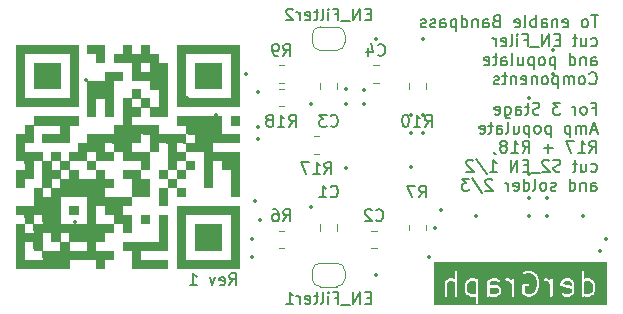
<source format=gbr>
%TF.GenerationSoftware,KiCad,Pcbnew,7.0.5*%
%TF.CreationDate,2024-03-20T19:06:25+01:00*%
%TF.ProjectId,anemometer,616e656d-6f6d-4657-9465-722e6b696361,rev?*%
%TF.SameCoordinates,Original*%
%TF.FileFunction,Legend,Bot*%
%TF.FilePolarity,Positive*%
%FSLAX46Y46*%
G04 Gerber Fmt 4.6, Leading zero omitted, Abs format (unit mm)*
G04 Created by KiCad (PCBNEW 7.0.5) date 2024-03-20 19:06:25*
%MOMM*%
%LPD*%
G01*
G04 APERTURE LIST*
%ADD10C,0.160000*%
%ADD11C,0.200000*%
%ADD12C,0.153000*%
%ADD13C,0.120000*%
%ADD14C,0.350000*%
G04 APERTURE END LIST*
D10*
X118799498Y-80039299D02*
X118228070Y-80039299D01*
X118513784Y-81039299D02*
X118513784Y-80039299D01*
X117751879Y-81039299D02*
X117847117Y-80991680D01*
X117847117Y-80991680D02*
X117894736Y-80944060D01*
X117894736Y-80944060D02*
X117942355Y-80848822D01*
X117942355Y-80848822D02*
X117942355Y-80563108D01*
X117942355Y-80563108D02*
X117894736Y-80467870D01*
X117894736Y-80467870D02*
X117847117Y-80420251D01*
X117847117Y-80420251D02*
X117751879Y-80372632D01*
X117751879Y-80372632D02*
X117609022Y-80372632D01*
X117609022Y-80372632D02*
X117513784Y-80420251D01*
X117513784Y-80420251D02*
X117466165Y-80467870D01*
X117466165Y-80467870D02*
X117418546Y-80563108D01*
X117418546Y-80563108D02*
X117418546Y-80848822D01*
X117418546Y-80848822D02*
X117466165Y-80944060D01*
X117466165Y-80944060D02*
X117513784Y-80991680D01*
X117513784Y-80991680D02*
X117609022Y-81039299D01*
X117609022Y-81039299D02*
X117751879Y-81039299D01*
X115847117Y-80991680D02*
X115942355Y-81039299D01*
X115942355Y-81039299D02*
X116132831Y-81039299D01*
X116132831Y-81039299D02*
X116228069Y-80991680D01*
X116228069Y-80991680D02*
X116275688Y-80896441D01*
X116275688Y-80896441D02*
X116275688Y-80515489D01*
X116275688Y-80515489D02*
X116228069Y-80420251D01*
X116228069Y-80420251D02*
X116132831Y-80372632D01*
X116132831Y-80372632D02*
X115942355Y-80372632D01*
X115942355Y-80372632D02*
X115847117Y-80420251D01*
X115847117Y-80420251D02*
X115799498Y-80515489D01*
X115799498Y-80515489D02*
X115799498Y-80610727D01*
X115799498Y-80610727D02*
X116275688Y-80705965D01*
X115370926Y-80372632D02*
X115370926Y-81039299D01*
X115370926Y-80467870D02*
X115323307Y-80420251D01*
X115323307Y-80420251D02*
X115228069Y-80372632D01*
X115228069Y-80372632D02*
X115085212Y-80372632D01*
X115085212Y-80372632D02*
X114989974Y-80420251D01*
X114989974Y-80420251D02*
X114942355Y-80515489D01*
X114942355Y-80515489D02*
X114942355Y-81039299D01*
X114037593Y-81039299D02*
X114037593Y-80515489D01*
X114037593Y-80515489D02*
X114085212Y-80420251D01*
X114085212Y-80420251D02*
X114180450Y-80372632D01*
X114180450Y-80372632D02*
X114370926Y-80372632D01*
X114370926Y-80372632D02*
X114466164Y-80420251D01*
X114037593Y-80991680D02*
X114132831Y-81039299D01*
X114132831Y-81039299D02*
X114370926Y-81039299D01*
X114370926Y-81039299D02*
X114466164Y-80991680D01*
X114466164Y-80991680D02*
X114513783Y-80896441D01*
X114513783Y-80896441D02*
X114513783Y-80801203D01*
X114513783Y-80801203D02*
X114466164Y-80705965D01*
X114466164Y-80705965D02*
X114370926Y-80658346D01*
X114370926Y-80658346D02*
X114132831Y-80658346D01*
X114132831Y-80658346D02*
X114037593Y-80610727D01*
X113561402Y-81039299D02*
X113561402Y-80039299D01*
X113561402Y-80420251D02*
X113466164Y-80372632D01*
X113466164Y-80372632D02*
X113275688Y-80372632D01*
X113275688Y-80372632D02*
X113180450Y-80420251D01*
X113180450Y-80420251D02*
X113132831Y-80467870D01*
X113132831Y-80467870D02*
X113085212Y-80563108D01*
X113085212Y-80563108D02*
X113085212Y-80848822D01*
X113085212Y-80848822D02*
X113132831Y-80944060D01*
X113132831Y-80944060D02*
X113180450Y-80991680D01*
X113180450Y-80991680D02*
X113275688Y-81039299D01*
X113275688Y-81039299D02*
X113466164Y-81039299D01*
X113466164Y-81039299D02*
X113561402Y-80991680D01*
X112513783Y-81039299D02*
X112609021Y-80991680D01*
X112609021Y-80991680D02*
X112656640Y-80896441D01*
X112656640Y-80896441D02*
X112656640Y-80039299D01*
X111751878Y-80991680D02*
X111847116Y-81039299D01*
X111847116Y-81039299D02*
X112037592Y-81039299D01*
X112037592Y-81039299D02*
X112132830Y-80991680D01*
X112132830Y-80991680D02*
X112180449Y-80896441D01*
X112180449Y-80896441D02*
X112180449Y-80515489D01*
X112180449Y-80515489D02*
X112132830Y-80420251D01*
X112132830Y-80420251D02*
X112037592Y-80372632D01*
X112037592Y-80372632D02*
X111847116Y-80372632D01*
X111847116Y-80372632D02*
X111751878Y-80420251D01*
X111751878Y-80420251D02*
X111704259Y-80515489D01*
X111704259Y-80515489D02*
X111704259Y-80610727D01*
X111704259Y-80610727D02*
X112180449Y-80705965D01*
X110180449Y-80515489D02*
X110037592Y-80563108D01*
X110037592Y-80563108D02*
X109989973Y-80610727D01*
X109989973Y-80610727D02*
X109942354Y-80705965D01*
X109942354Y-80705965D02*
X109942354Y-80848822D01*
X109942354Y-80848822D02*
X109989973Y-80944060D01*
X109989973Y-80944060D02*
X110037592Y-80991680D01*
X110037592Y-80991680D02*
X110132830Y-81039299D01*
X110132830Y-81039299D02*
X110513782Y-81039299D01*
X110513782Y-81039299D02*
X110513782Y-80039299D01*
X110513782Y-80039299D02*
X110180449Y-80039299D01*
X110180449Y-80039299D02*
X110085211Y-80086918D01*
X110085211Y-80086918D02*
X110037592Y-80134537D01*
X110037592Y-80134537D02*
X109989973Y-80229775D01*
X109989973Y-80229775D02*
X109989973Y-80325013D01*
X109989973Y-80325013D02*
X110037592Y-80420251D01*
X110037592Y-80420251D02*
X110085211Y-80467870D01*
X110085211Y-80467870D02*
X110180449Y-80515489D01*
X110180449Y-80515489D02*
X110513782Y-80515489D01*
X109085211Y-81039299D02*
X109085211Y-80515489D01*
X109085211Y-80515489D02*
X109132830Y-80420251D01*
X109132830Y-80420251D02*
X109228068Y-80372632D01*
X109228068Y-80372632D02*
X109418544Y-80372632D01*
X109418544Y-80372632D02*
X109513782Y-80420251D01*
X109085211Y-80991680D02*
X109180449Y-81039299D01*
X109180449Y-81039299D02*
X109418544Y-81039299D01*
X109418544Y-81039299D02*
X109513782Y-80991680D01*
X109513782Y-80991680D02*
X109561401Y-80896441D01*
X109561401Y-80896441D02*
X109561401Y-80801203D01*
X109561401Y-80801203D02*
X109513782Y-80705965D01*
X109513782Y-80705965D02*
X109418544Y-80658346D01*
X109418544Y-80658346D02*
X109180449Y-80658346D01*
X109180449Y-80658346D02*
X109085211Y-80610727D01*
X108609020Y-80372632D02*
X108609020Y-81039299D01*
X108609020Y-80467870D02*
X108561401Y-80420251D01*
X108561401Y-80420251D02*
X108466163Y-80372632D01*
X108466163Y-80372632D02*
X108323306Y-80372632D01*
X108323306Y-80372632D02*
X108228068Y-80420251D01*
X108228068Y-80420251D02*
X108180449Y-80515489D01*
X108180449Y-80515489D02*
X108180449Y-81039299D01*
X107275687Y-81039299D02*
X107275687Y-80039299D01*
X107275687Y-80991680D02*
X107370925Y-81039299D01*
X107370925Y-81039299D02*
X107561401Y-81039299D01*
X107561401Y-81039299D02*
X107656639Y-80991680D01*
X107656639Y-80991680D02*
X107704258Y-80944060D01*
X107704258Y-80944060D02*
X107751877Y-80848822D01*
X107751877Y-80848822D02*
X107751877Y-80563108D01*
X107751877Y-80563108D02*
X107704258Y-80467870D01*
X107704258Y-80467870D02*
X107656639Y-80420251D01*
X107656639Y-80420251D02*
X107561401Y-80372632D01*
X107561401Y-80372632D02*
X107370925Y-80372632D01*
X107370925Y-80372632D02*
X107275687Y-80420251D01*
X106799496Y-80372632D02*
X106799496Y-81372632D01*
X106799496Y-80420251D02*
X106704258Y-80372632D01*
X106704258Y-80372632D02*
X106513782Y-80372632D01*
X106513782Y-80372632D02*
X106418544Y-80420251D01*
X106418544Y-80420251D02*
X106370925Y-80467870D01*
X106370925Y-80467870D02*
X106323306Y-80563108D01*
X106323306Y-80563108D02*
X106323306Y-80848822D01*
X106323306Y-80848822D02*
X106370925Y-80944060D01*
X106370925Y-80944060D02*
X106418544Y-80991680D01*
X106418544Y-80991680D02*
X106513782Y-81039299D01*
X106513782Y-81039299D02*
X106704258Y-81039299D01*
X106704258Y-81039299D02*
X106799496Y-80991680D01*
X105466163Y-81039299D02*
X105466163Y-80515489D01*
X105466163Y-80515489D02*
X105513782Y-80420251D01*
X105513782Y-80420251D02*
X105609020Y-80372632D01*
X105609020Y-80372632D02*
X105799496Y-80372632D01*
X105799496Y-80372632D02*
X105894734Y-80420251D01*
X105466163Y-80991680D02*
X105561401Y-81039299D01*
X105561401Y-81039299D02*
X105799496Y-81039299D01*
X105799496Y-81039299D02*
X105894734Y-80991680D01*
X105894734Y-80991680D02*
X105942353Y-80896441D01*
X105942353Y-80896441D02*
X105942353Y-80801203D01*
X105942353Y-80801203D02*
X105894734Y-80705965D01*
X105894734Y-80705965D02*
X105799496Y-80658346D01*
X105799496Y-80658346D02*
X105561401Y-80658346D01*
X105561401Y-80658346D02*
X105466163Y-80610727D01*
X105037591Y-80991680D02*
X104942353Y-81039299D01*
X104942353Y-81039299D02*
X104751877Y-81039299D01*
X104751877Y-81039299D02*
X104656639Y-80991680D01*
X104656639Y-80991680D02*
X104609020Y-80896441D01*
X104609020Y-80896441D02*
X104609020Y-80848822D01*
X104609020Y-80848822D02*
X104656639Y-80753584D01*
X104656639Y-80753584D02*
X104751877Y-80705965D01*
X104751877Y-80705965D02*
X104894734Y-80705965D01*
X104894734Y-80705965D02*
X104989972Y-80658346D01*
X104989972Y-80658346D02*
X105037591Y-80563108D01*
X105037591Y-80563108D02*
X105037591Y-80515489D01*
X105037591Y-80515489D02*
X104989972Y-80420251D01*
X104989972Y-80420251D02*
X104894734Y-80372632D01*
X104894734Y-80372632D02*
X104751877Y-80372632D01*
X104751877Y-80372632D02*
X104656639Y-80420251D01*
X104228067Y-80991680D02*
X104132829Y-81039299D01*
X104132829Y-81039299D02*
X103942353Y-81039299D01*
X103942353Y-81039299D02*
X103847115Y-80991680D01*
X103847115Y-80991680D02*
X103799496Y-80896441D01*
X103799496Y-80896441D02*
X103799496Y-80848822D01*
X103799496Y-80848822D02*
X103847115Y-80753584D01*
X103847115Y-80753584D02*
X103942353Y-80705965D01*
X103942353Y-80705965D02*
X104085210Y-80705965D01*
X104085210Y-80705965D02*
X104180448Y-80658346D01*
X104180448Y-80658346D02*
X104228067Y-80563108D01*
X104228067Y-80563108D02*
X104228067Y-80515489D01*
X104228067Y-80515489D02*
X104180448Y-80420251D01*
X104180448Y-80420251D02*
X104085210Y-80372632D01*
X104085210Y-80372632D02*
X103942353Y-80372632D01*
X103942353Y-80372632D02*
X103847115Y-80420251D01*
X118228070Y-82601680D02*
X118323308Y-82649299D01*
X118323308Y-82649299D02*
X118513784Y-82649299D01*
X118513784Y-82649299D02*
X118609022Y-82601680D01*
X118609022Y-82601680D02*
X118656641Y-82554060D01*
X118656641Y-82554060D02*
X118704260Y-82458822D01*
X118704260Y-82458822D02*
X118704260Y-82173108D01*
X118704260Y-82173108D02*
X118656641Y-82077870D01*
X118656641Y-82077870D02*
X118609022Y-82030251D01*
X118609022Y-82030251D02*
X118513784Y-81982632D01*
X118513784Y-81982632D02*
X118323308Y-81982632D01*
X118323308Y-81982632D02*
X118228070Y-82030251D01*
X117370927Y-81982632D02*
X117370927Y-82649299D01*
X117799498Y-81982632D02*
X117799498Y-82506441D01*
X117799498Y-82506441D02*
X117751879Y-82601680D01*
X117751879Y-82601680D02*
X117656641Y-82649299D01*
X117656641Y-82649299D02*
X117513784Y-82649299D01*
X117513784Y-82649299D02*
X117418546Y-82601680D01*
X117418546Y-82601680D02*
X117370927Y-82554060D01*
X117037593Y-81982632D02*
X116656641Y-81982632D01*
X116894736Y-81649299D02*
X116894736Y-82506441D01*
X116894736Y-82506441D02*
X116847117Y-82601680D01*
X116847117Y-82601680D02*
X116751879Y-82649299D01*
X116751879Y-82649299D02*
X116656641Y-82649299D01*
X115561402Y-82125489D02*
X115228069Y-82125489D01*
X115085212Y-82649299D02*
X115561402Y-82649299D01*
X115561402Y-82649299D02*
X115561402Y-81649299D01*
X115561402Y-81649299D02*
X115085212Y-81649299D01*
X114656640Y-82649299D02*
X114656640Y-81649299D01*
X114656640Y-81649299D02*
X114085212Y-82649299D01*
X114085212Y-82649299D02*
X114085212Y-81649299D01*
X113847117Y-82744537D02*
X113085212Y-82744537D01*
X112513783Y-82125489D02*
X112847116Y-82125489D01*
X112847116Y-82649299D02*
X112847116Y-81649299D01*
X112847116Y-81649299D02*
X112370926Y-81649299D01*
X111989973Y-82649299D02*
X111989973Y-81982632D01*
X111989973Y-81649299D02*
X112037592Y-81696918D01*
X112037592Y-81696918D02*
X111989973Y-81744537D01*
X111989973Y-81744537D02*
X111942354Y-81696918D01*
X111942354Y-81696918D02*
X111989973Y-81649299D01*
X111989973Y-81649299D02*
X111989973Y-81744537D01*
X111370926Y-82649299D02*
X111466164Y-82601680D01*
X111466164Y-82601680D02*
X111513783Y-82506441D01*
X111513783Y-82506441D02*
X111513783Y-81649299D01*
X110609021Y-82601680D02*
X110704259Y-82649299D01*
X110704259Y-82649299D02*
X110894735Y-82649299D01*
X110894735Y-82649299D02*
X110989973Y-82601680D01*
X110989973Y-82601680D02*
X111037592Y-82506441D01*
X111037592Y-82506441D02*
X111037592Y-82125489D01*
X111037592Y-82125489D02*
X110989973Y-82030251D01*
X110989973Y-82030251D02*
X110894735Y-81982632D01*
X110894735Y-81982632D02*
X110704259Y-81982632D01*
X110704259Y-81982632D02*
X110609021Y-82030251D01*
X110609021Y-82030251D02*
X110561402Y-82125489D01*
X110561402Y-82125489D02*
X110561402Y-82220727D01*
X110561402Y-82220727D02*
X111037592Y-82315965D01*
X110132830Y-82649299D02*
X110132830Y-81982632D01*
X110132830Y-82173108D02*
X110085211Y-82077870D01*
X110085211Y-82077870D02*
X110037592Y-82030251D01*
X110037592Y-82030251D02*
X109942354Y-81982632D01*
X109942354Y-81982632D02*
X109847116Y-81982632D01*
X118228070Y-84259299D02*
X118228070Y-83735489D01*
X118228070Y-83735489D02*
X118275689Y-83640251D01*
X118275689Y-83640251D02*
X118370927Y-83592632D01*
X118370927Y-83592632D02*
X118561403Y-83592632D01*
X118561403Y-83592632D02*
X118656641Y-83640251D01*
X118228070Y-84211680D02*
X118323308Y-84259299D01*
X118323308Y-84259299D02*
X118561403Y-84259299D01*
X118561403Y-84259299D02*
X118656641Y-84211680D01*
X118656641Y-84211680D02*
X118704260Y-84116441D01*
X118704260Y-84116441D02*
X118704260Y-84021203D01*
X118704260Y-84021203D02*
X118656641Y-83925965D01*
X118656641Y-83925965D02*
X118561403Y-83878346D01*
X118561403Y-83878346D02*
X118323308Y-83878346D01*
X118323308Y-83878346D02*
X118228070Y-83830727D01*
X117751879Y-83592632D02*
X117751879Y-84259299D01*
X117751879Y-83687870D02*
X117704260Y-83640251D01*
X117704260Y-83640251D02*
X117609022Y-83592632D01*
X117609022Y-83592632D02*
X117466165Y-83592632D01*
X117466165Y-83592632D02*
X117370927Y-83640251D01*
X117370927Y-83640251D02*
X117323308Y-83735489D01*
X117323308Y-83735489D02*
X117323308Y-84259299D01*
X116418546Y-84259299D02*
X116418546Y-83259299D01*
X116418546Y-84211680D02*
X116513784Y-84259299D01*
X116513784Y-84259299D02*
X116704260Y-84259299D01*
X116704260Y-84259299D02*
X116799498Y-84211680D01*
X116799498Y-84211680D02*
X116847117Y-84164060D01*
X116847117Y-84164060D02*
X116894736Y-84068822D01*
X116894736Y-84068822D02*
X116894736Y-83783108D01*
X116894736Y-83783108D02*
X116847117Y-83687870D01*
X116847117Y-83687870D02*
X116799498Y-83640251D01*
X116799498Y-83640251D02*
X116704260Y-83592632D01*
X116704260Y-83592632D02*
X116513784Y-83592632D01*
X116513784Y-83592632D02*
X116418546Y-83640251D01*
X115180450Y-83592632D02*
X115180450Y-84592632D01*
X115180450Y-83640251D02*
X115085212Y-83592632D01*
X115085212Y-83592632D02*
X114894736Y-83592632D01*
X114894736Y-83592632D02*
X114799498Y-83640251D01*
X114799498Y-83640251D02*
X114751879Y-83687870D01*
X114751879Y-83687870D02*
X114704260Y-83783108D01*
X114704260Y-83783108D02*
X114704260Y-84068822D01*
X114704260Y-84068822D02*
X114751879Y-84164060D01*
X114751879Y-84164060D02*
X114799498Y-84211680D01*
X114799498Y-84211680D02*
X114894736Y-84259299D01*
X114894736Y-84259299D02*
X115085212Y-84259299D01*
X115085212Y-84259299D02*
X115180450Y-84211680D01*
X114132831Y-84259299D02*
X114228069Y-84211680D01*
X114228069Y-84211680D02*
X114275688Y-84164060D01*
X114275688Y-84164060D02*
X114323307Y-84068822D01*
X114323307Y-84068822D02*
X114323307Y-83783108D01*
X114323307Y-83783108D02*
X114275688Y-83687870D01*
X114275688Y-83687870D02*
X114228069Y-83640251D01*
X114228069Y-83640251D02*
X114132831Y-83592632D01*
X114132831Y-83592632D02*
X113989974Y-83592632D01*
X113989974Y-83592632D02*
X113894736Y-83640251D01*
X113894736Y-83640251D02*
X113847117Y-83687870D01*
X113847117Y-83687870D02*
X113799498Y-83783108D01*
X113799498Y-83783108D02*
X113799498Y-84068822D01*
X113799498Y-84068822D02*
X113847117Y-84164060D01*
X113847117Y-84164060D02*
X113894736Y-84211680D01*
X113894736Y-84211680D02*
X113989974Y-84259299D01*
X113989974Y-84259299D02*
X114132831Y-84259299D01*
X113370926Y-83592632D02*
X113370926Y-84592632D01*
X113370926Y-83640251D02*
X113275688Y-83592632D01*
X113275688Y-83592632D02*
X113085212Y-83592632D01*
X113085212Y-83592632D02*
X112989974Y-83640251D01*
X112989974Y-83640251D02*
X112942355Y-83687870D01*
X112942355Y-83687870D02*
X112894736Y-83783108D01*
X112894736Y-83783108D02*
X112894736Y-84068822D01*
X112894736Y-84068822D02*
X112942355Y-84164060D01*
X112942355Y-84164060D02*
X112989974Y-84211680D01*
X112989974Y-84211680D02*
X113085212Y-84259299D01*
X113085212Y-84259299D02*
X113275688Y-84259299D01*
X113275688Y-84259299D02*
X113370926Y-84211680D01*
X112037593Y-83592632D02*
X112037593Y-84259299D01*
X112466164Y-83592632D02*
X112466164Y-84116441D01*
X112466164Y-84116441D02*
X112418545Y-84211680D01*
X112418545Y-84211680D02*
X112323307Y-84259299D01*
X112323307Y-84259299D02*
X112180450Y-84259299D01*
X112180450Y-84259299D02*
X112085212Y-84211680D01*
X112085212Y-84211680D02*
X112037593Y-84164060D01*
X111418545Y-84259299D02*
X111513783Y-84211680D01*
X111513783Y-84211680D02*
X111561402Y-84116441D01*
X111561402Y-84116441D02*
X111561402Y-83259299D01*
X110609021Y-84259299D02*
X110609021Y-83735489D01*
X110609021Y-83735489D02*
X110656640Y-83640251D01*
X110656640Y-83640251D02*
X110751878Y-83592632D01*
X110751878Y-83592632D02*
X110942354Y-83592632D01*
X110942354Y-83592632D02*
X111037592Y-83640251D01*
X110609021Y-84211680D02*
X110704259Y-84259299D01*
X110704259Y-84259299D02*
X110942354Y-84259299D01*
X110942354Y-84259299D02*
X111037592Y-84211680D01*
X111037592Y-84211680D02*
X111085211Y-84116441D01*
X111085211Y-84116441D02*
X111085211Y-84021203D01*
X111085211Y-84021203D02*
X111037592Y-83925965D01*
X111037592Y-83925965D02*
X110942354Y-83878346D01*
X110942354Y-83878346D02*
X110704259Y-83878346D01*
X110704259Y-83878346D02*
X110609021Y-83830727D01*
X110275687Y-83592632D02*
X109894735Y-83592632D01*
X110132830Y-83259299D02*
X110132830Y-84116441D01*
X110132830Y-84116441D02*
X110085211Y-84211680D01*
X110085211Y-84211680D02*
X109989973Y-84259299D01*
X109989973Y-84259299D02*
X109894735Y-84259299D01*
X109180449Y-84211680D02*
X109275687Y-84259299D01*
X109275687Y-84259299D02*
X109466163Y-84259299D01*
X109466163Y-84259299D02*
X109561401Y-84211680D01*
X109561401Y-84211680D02*
X109609020Y-84116441D01*
X109609020Y-84116441D02*
X109609020Y-83735489D01*
X109609020Y-83735489D02*
X109561401Y-83640251D01*
X109561401Y-83640251D02*
X109466163Y-83592632D01*
X109466163Y-83592632D02*
X109275687Y-83592632D01*
X109275687Y-83592632D02*
X109180449Y-83640251D01*
X109180449Y-83640251D02*
X109132830Y-83735489D01*
X109132830Y-83735489D02*
X109132830Y-83830727D01*
X109132830Y-83830727D02*
X109609020Y-83925965D01*
X118085213Y-85774060D02*
X118132832Y-85821680D01*
X118132832Y-85821680D02*
X118275689Y-85869299D01*
X118275689Y-85869299D02*
X118370927Y-85869299D01*
X118370927Y-85869299D02*
X118513784Y-85821680D01*
X118513784Y-85821680D02*
X118609022Y-85726441D01*
X118609022Y-85726441D02*
X118656641Y-85631203D01*
X118656641Y-85631203D02*
X118704260Y-85440727D01*
X118704260Y-85440727D02*
X118704260Y-85297870D01*
X118704260Y-85297870D02*
X118656641Y-85107394D01*
X118656641Y-85107394D02*
X118609022Y-85012156D01*
X118609022Y-85012156D02*
X118513784Y-84916918D01*
X118513784Y-84916918D02*
X118370927Y-84869299D01*
X118370927Y-84869299D02*
X118275689Y-84869299D01*
X118275689Y-84869299D02*
X118132832Y-84916918D01*
X118132832Y-84916918D02*
X118085213Y-84964537D01*
X117513784Y-85869299D02*
X117609022Y-85821680D01*
X117609022Y-85821680D02*
X117656641Y-85774060D01*
X117656641Y-85774060D02*
X117704260Y-85678822D01*
X117704260Y-85678822D02*
X117704260Y-85393108D01*
X117704260Y-85393108D02*
X117656641Y-85297870D01*
X117656641Y-85297870D02*
X117609022Y-85250251D01*
X117609022Y-85250251D02*
X117513784Y-85202632D01*
X117513784Y-85202632D02*
X117370927Y-85202632D01*
X117370927Y-85202632D02*
X117275689Y-85250251D01*
X117275689Y-85250251D02*
X117228070Y-85297870D01*
X117228070Y-85297870D02*
X117180451Y-85393108D01*
X117180451Y-85393108D02*
X117180451Y-85678822D01*
X117180451Y-85678822D02*
X117228070Y-85774060D01*
X117228070Y-85774060D02*
X117275689Y-85821680D01*
X117275689Y-85821680D02*
X117370927Y-85869299D01*
X117370927Y-85869299D02*
X117513784Y-85869299D01*
X116751879Y-85869299D02*
X116751879Y-85202632D01*
X116751879Y-85297870D02*
X116704260Y-85250251D01*
X116704260Y-85250251D02*
X116609022Y-85202632D01*
X116609022Y-85202632D02*
X116466165Y-85202632D01*
X116466165Y-85202632D02*
X116370927Y-85250251D01*
X116370927Y-85250251D02*
X116323308Y-85345489D01*
X116323308Y-85345489D02*
X116323308Y-85869299D01*
X116323308Y-85345489D02*
X116275689Y-85250251D01*
X116275689Y-85250251D02*
X116180451Y-85202632D01*
X116180451Y-85202632D02*
X116037594Y-85202632D01*
X116037594Y-85202632D02*
X115942355Y-85250251D01*
X115942355Y-85250251D02*
X115894736Y-85345489D01*
X115894736Y-85345489D02*
X115894736Y-85869299D01*
X115418546Y-85202632D02*
X115418546Y-86202632D01*
X115418546Y-85250251D02*
X115323308Y-85202632D01*
X115323308Y-85202632D02*
X115132832Y-85202632D01*
X115132832Y-85202632D02*
X115037594Y-85250251D01*
X115037594Y-85250251D02*
X114989975Y-85297870D01*
X114989975Y-85297870D02*
X114942356Y-85393108D01*
X114942356Y-85393108D02*
X114942356Y-85678822D01*
X114942356Y-85678822D02*
X114989975Y-85774060D01*
X114989975Y-85774060D02*
X115037594Y-85821680D01*
X115037594Y-85821680D02*
X115132832Y-85869299D01*
X115132832Y-85869299D02*
X115323308Y-85869299D01*
X115323308Y-85869299D02*
X115418546Y-85821680D01*
X114370927Y-85869299D02*
X114466165Y-85821680D01*
X114466165Y-85821680D02*
X114513784Y-85774060D01*
X114513784Y-85774060D02*
X114561403Y-85678822D01*
X114561403Y-85678822D02*
X114561403Y-85393108D01*
X114561403Y-85393108D02*
X114513784Y-85297870D01*
X114513784Y-85297870D02*
X114466165Y-85250251D01*
X114466165Y-85250251D02*
X114370927Y-85202632D01*
X114370927Y-85202632D02*
X114228070Y-85202632D01*
X114228070Y-85202632D02*
X114132832Y-85250251D01*
X114132832Y-85250251D02*
X114085213Y-85297870D01*
X114085213Y-85297870D02*
X114037594Y-85393108D01*
X114037594Y-85393108D02*
X114037594Y-85678822D01*
X114037594Y-85678822D02*
X114085213Y-85774060D01*
X114085213Y-85774060D02*
X114132832Y-85821680D01*
X114132832Y-85821680D02*
X114228070Y-85869299D01*
X114228070Y-85869299D02*
X114370927Y-85869299D01*
X113609022Y-85202632D02*
X113609022Y-85869299D01*
X113609022Y-85297870D02*
X113561403Y-85250251D01*
X113561403Y-85250251D02*
X113466165Y-85202632D01*
X113466165Y-85202632D02*
X113323308Y-85202632D01*
X113323308Y-85202632D02*
X113228070Y-85250251D01*
X113228070Y-85250251D02*
X113180451Y-85345489D01*
X113180451Y-85345489D02*
X113180451Y-85869299D01*
X112323308Y-85821680D02*
X112418546Y-85869299D01*
X112418546Y-85869299D02*
X112609022Y-85869299D01*
X112609022Y-85869299D02*
X112704260Y-85821680D01*
X112704260Y-85821680D02*
X112751879Y-85726441D01*
X112751879Y-85726441D02*
X112751879Y-85345489D01*
X112751879Y-85345489D02*
X112704260Y-85250251D01*
X112704260Y-85250251D02*
X112609022Y-85202632D01*
X112609022Y-85202632D02*
X112418546Y-85202632D01*
X112418546Y-85202632D02*
X112323308Y-85250251D01*
X112323308Y-85250251D02*
X112275689Y-85345489D01*
X112275689Y-85345489D02*
X112275689Y-85440727D01*
X112275689Y-85440727D02*
X112751879Y-85535965D01*
X111847117Y-85202632D02*
X111847117Y-85869299D01*
X111847117Y-85297870D02*
X111799498Y-85250251D01*
X111799498Y-85250251D02*
X111704260Y-85202632D01*
X111704260Y-85202632D02*
X111561403Y-85202632D01*
X111561403Y-85202632D02*
X111466165Y-85250251D01*
X111466165Y-85250251D02*
X111418546Y-85345489D01*
X111418546Y-85345489D02*
X111418546Y-85869299D01*
X111085212Y-85202632D02*
X110704260Y-85202632D01*
X110942355Y-84869299D02*
X110942355Y-85726441D01*
X110942355Y-85726441D02*
X110894736Y-85821680D01*
X110894736Y-85821680D02*
X110799498Y-85869299D01*
X110799498Y-85869299D02*
X110704260Y-85869299D01*
X110418545Y-85821680D02*
X110323307Y-85869299D01*
X110323307Y-85869299D02*
X110132831Y-85869299D01*
X110132831Y-85869299D02*
X110037593Y-85821680D01*
X110037593Y-85821680D02*
X109989974Y-85726441D01*
X109989974Y-85726441D02*
X109989974Y-85678822D01*
X109989974Y-85678822D02*
X110037593Y-85583584D01*
X110037593Y-85583584D02*
X110132831Y-85535965D01*
X110132831Y-85535965D02*
X110275688Y-85535965D01*
X110275688Y-85535965D02*
X110370926Y-85488346D01*
X110370926Y-85488346D02*
X110418545Y-85393108D01*
X110418545Y-85393108D02*
X110418545Y-85345489D01*
X110418545Y-85345489D02*
X110370926Y-85250251D01*
X110370926Y-85250251D02*
X110275688Y-85202632D01*
X110275688Y-85202632D02*
X110132831Y-85202632D01*
X110132831Y-85202632D02*
X110037593Y-85250251D01*
D11*
G36*
X108482707Y-102568545D02*
G01*
X108482707Y-103587796D01*
X108368625Y-103644838D01*
X108034885Y-103644838D01*
X107880038Y-103567415D01*
X107807748Y-103495123D01*
X107730326Y-103340279D01*
X107730326Y-102816062D01*
X107807749Y-102661215D01*
X107880037Y-102588927D01*
X108034885Y-102511504D01*
X108368625Y-102511504D01*
X108482707Y-102568545D01*
G37*
G36*
X109676022Y-103069965D02*
G01*
X109696201Y-103082933D01*
X109716637Y-103082933D01*
X109736752Y-103086553D01*
X109745480Y-103082933D01*
X110178149Y-103082933D01*
X110317695Y-103152706D01*
X110387468Y-103292253D01*
X110387468Y-103435516D01*
X110317695Y-103575064D01*
X110178149Y-103644838D01*
X109749171Y-103644838D01*
X109635088Y-103587796D01*
X109635088Y-103049498D01*
X109676022Y-103069965D01*
G37*
G36*
X116508171Y-102581277D02*
G01*
X116577945Y-102720825D01*
X116577945Y-102956190D01*
X115825563Y-102805714D01*
X115825564Y-102720824D01*
X115895337Y-102581277D01*
X116034885Y-102511504D01*
X116368625Y-102511504D01*
X116508171Y-102581277D01*
G37*
G36*
X118237756Y-102588926D02*
G01*
X118310045Y-102661215D01*
X118387469Y-102816063D01*
X118387469Y-103340278D01*
X118310045Y-103495125D01*
X118237756Y-103567415D01*
X118082911Y-103644838D01*
X117749171Y-103644838D01*
X117635088Y-103587796D01*
X117635088Y-102568545D01*
X117749171Y-102511504D01*
X118082911Y-102511504D01*
X118237756Y-102588926D01*
G37*
G36*
X119585714Y-104585714D02*
G01*
X104885714Y-104585714D01*
X104885714Y-102708407D01*
X105812420Y-102708407D01*
X105816039Y-102717135D01*
X105816040Y-103759217D01*
X105828363Y-103801185D01*
X105872745Y-103839642D01*
X105930872Y-103847999D01*
X105984291Y-103823604D01*
X106016040Y-103774201D01*
X106016040Y-102720824D01*
X106085813Y-102581277D01*
X106225361Y-102511504D01*
X106463863Y-102511504D01*
X106618708Y-102588926D01*
X106673183Y-102643401D01*
X106673183Y-103759217D01*
X106685506Y-103801185D01*
X106729888Y-103839642D01*
X106788015Y-103847999D01*
X106841434Y-103823604D01*
X106873183Y-103774201D01*
X106873183Y-102803645D01*
X107526706Y-102803645D01*
X107530326Y-102812373D01*
X107530326Y-103358499D01*
X107527752Y-103382343D01*
X107536890Y-103400619D01*
X107542649Y-103420232D01*
X107549790Y-103426420D01*
X107630513Y-103587866D01*
X107634090Y-103604308D01*
X107653564Y-103623782D01*
X107672343Y-103643970D01*
X107674235Y-103644453D01*
X107741225Y-103711444D01*
X107749818Y-103725911D01*
X107774444Y-103738224D01*
X107798648Y-103751441D01*
X107800598Y-103751301D01*
X107961736Y-103831870D01*
X107981915Y-103844838D01*
X108002351Y-103844838D01*
X108022466Y-103848458D01*
X108031194Y-103844838D01*
X108386846Y-103844838D01*
X108410689Y-103847412D01*
X108428965Y-103838273D01*
X108448578Y-103832515D01*
X108454766Y-103825373D01*
X108482706Y-103811403D01*
X108482707Y-104425883D01*
X108495030Y-104467851D01*
X108539412Y-104506308D01*
X108597539Y-104514665D01*
X108650958Y-104490270D01*
X108682707Y-104440867D01*
X108682707Y-103662186D01*
X108686865Y-103645926D01*
X108682707Y-103633415D01*
X108682707Y-102708407D01*
X109431468Y-102708407D01*
X109435088Y-102717135D01*
X109435088Y-102885928D01*
X109434115Y-102913515D01*
X109435088Y-102915153D01*
X109435088Y-103647833D01*
X109434115Y-103675420D01*
X109435088Y-103677058D01*
X109435088Y-103759217D01*
X109447411Y-103801185D01*
X109491793Y-103839642D01*
X109549920Y-103847999D01*
X109603339Y-103823604D01*
X109616994Y-103802356D01*
X109676022Y-103831870D01*
X109696201Y-103844838D01*
X109716637Y-103844838D01*
X109736752Y-103848458D01*
X109745480Y-103844838D01*
X110196370Y-103844838D01*
X110220213Y-103847412D01*
X110238489Y-103838273D01*
X110258102Y-103832515D01*
X110264290Y-103825373D01*
X110414165Y-103750435D01*
X110418052Y-103750573D01*
X110440189Y-103737424D01*
X110449814Y-103732612D01*
X110452503Y-103730110D01*
X110468542Y-103720584D01*
X110473583Y-103710501D01*
X110481840Y-103702821D01*
X110486463Y-103684741D01*
X110574501Y-103508664D01*
X110587469Y-103488486D01*
X110587469Y-103468049D01*
X110591089Y-103447934D01*
X110587469Y-103439205D01*
X110587469Y-103274032D01*
X110590043Y-103250189D01*
X110580904Y-103231912D01*
X110575146Y-103212300D01*
X110568004Y-103206111D01*
X110493067Y-103056238D01*
X110493205Y-103052351D01*
X110480048Y-103030200D01*
X110475243Y-103020589D01*
X110472744Y-103017903D01*
X110463216Y-103001860D01*
X110453132Y-102996818D01*
X110445453Y-102988562D01*
X110427374Y-102983939D01*
X110251296Y-102895900D01*
X110231118Y-102882933D01*
X110210682Y-102882933D01*
X110190567Y-102879313D01*
X110181839Y-102882933D01*
X109749171Y-102882933D01*
X109635088Y-102825891D01*
X109635088Y-102720824D01*
X109704861Y-102581277D01*
X109844409Y-102511504D01*
X110178149Y-102511504D01*
X110360371Y-102602615D01*
X110403419Y-102610362D01*
X110457664Y-102587864D01*
X110491134Y-102539611D01*
X110493205Y-102480922D01*
X110463216Y-102430431D01*
X110455026Y-102426336D01*
X110955736Y-102426336D01*
X110980131Y-102479755D01*
X111029534Y-102511504D01*
X111225768Y-102511504D01*
X111380614Y-102588927D01*
X111452902Y-102661215D01*
X111530326Y-102816063D01*
X111530326Y-103759217D01*
X111542649Y-103801185D01*
X111587031Y-103839642D01*
X111645158Y-103847999D01*
X111698577Y-103823604D01*
X111730326Y-103774201D01*
X111730326Y-103546925D01*
X112383512Y-103546925D01*
X112387469Y-103565114D01*
X112387469Y-103568740D01*
X112390512Y-103579103D01*
X112395995Y-103604308D01*
X112398709Y-103607023D01*
X112399792Y-103610708D01*
X112419288Y-103627601D01*
X112508184Y-103716498D01*
X112523228Y-103735183D01*
X112542613Y-103741644D01*
X112560553Y-103751441D01*
X112569979Y-103750766D01*
X112824902Y-103835740D01*
X112839058Y-103844838D01*
X112866613Y-103844838D01*
X112894151Y-103845834D01*
X112895831Y-103844838D01*
X113046357Y-103844838D01*
X113062663Y-103848992D01*
X113088798Y-103840280D01*
X113115244Y-103832515D01*
X113116523Y-103831038D01*
X113371124Y-103746171D01*
X113394560Y-103741073D01*
X113409009Y-103726623D01*
X113425793Y-103714959D01*
X113429405Y-103706227D01*
X113596933Y-103538698D01*
X113611399Y-103530107D01*
X113623716Y-103505472D01*
X113636928Y-103481277D01*
X113636788Y-103479327D01*
X113711801Y-103329301D01*
X113720219Y-103321387D01*
X113724678Y-103303547D01*
X113726199Y-103300507D01*
X113728151Y-103289655D01*
X113818587Y-102927914D01*
X113825564Y-102917058D01*
X113825564Y-102900006D01*
X113826066Y-102897999D01*
X113825564Y-102885652D01*
X113825564Y-102618438D01*
X113829700Y-102606212D01*
X113825564Y-102589668D01*
X113825564Y-102587601D01*
X113822086Y-102575756D01*
X113784731Y-102426336D01*
X114193831Y-102426336D01*
X114218226Y-102479755D01*
X114267629Y-102511504D01*
X114463863Y-102511504D01*
X114618708Y-102588926D01*
X114690997Y-102661215D01*
X114768421Y-102816063D01*
X114768421Y-103759217D01*
X114780744Y-103801185D01*
X114825126Y-103839642D01*
X114883253Y-103847999D01*
X114936672Y-103823604D01*
X114968421Y-103774201D01*
X114968421Y-102882007D01*
X115621498Y-102882007D01*
X115625564Y-102899296D01*
X115625564Y-102902074D01*
X115628845Y-102913249D01*
X115634942Y-102939173D01*
X115637058Y-102941219D01*
X115637887Y-102944042D01*
X115658013Y-102961481D01*
X115677160Y-102979995D01*
X115680045Y-102980572D01*
X115682269Y-102982499D01*
X115708629Y-102986288D01*
X116577945Y-103160151D01*
X116577945Y-103435516D01*
X116508171Y-103575064D01*
X116368625Y-103644838D01*
X116034885Y-103644838D01*
X115852662Y-103553727D01*
X115809614Y-103545980D01*
X115755369Y-103568478D01*
X115721899Y-103616731D01*
X115719829Y-103675420D01*
X115749818Y-103725911D01*
X115961736Y-103831870D01*
X115981915Y-103844838D01*
X116002351Y-103844838D01*
X116022466Y-103848458D01*
X116031194Y-103844838D01*
X116386846Y-103844838D01*
X116410689Y-103847412D01*
X116428965Y-103838273D01*
X116448578Y-103832515D01*
X116454766Y-103825373D01*
X116604641Y-103750435D01*
X116608528Y-103750573D01*
X116630665Y-103737424D01*
X116640290Y-103732612D01*
X116642979Y-103730110D01*
X116659018Y-103720584D01*
X116664059Y-103710501D01*
X116672316Y-103702821D01*
X116676939Y-103684741D01*
X116764977Y-103508664D01*
X116777945Y-103488486D01*
X116777945Y-103468049D01*
X116781565Y-103447934D01*
X116777945Y-103439205D01*
X116777945Y-103095348D01*
X116782012Y-103083859D01*
X116777944Y-103066566D01*
X116777945Y-102702604D01*
X116780519Y-102678761D01*
X116771380Y-102660484D01*
X116765622Y-102640872D01*
X116758480Y-102634683D01*
X116696346Y-102510415D01*
X117430931Y-102510415D01*
X117435088Y-102522923D01*
X117435088Y-103647833D01*
X117434115Y-103675420D01*
X117435087Y-103677058D01*
X117435088Y-103759217D01*
X117447411Y-103801185D01*
X117491793Y-103839642D01*
X117549920Y-103847999D01*
X117603339Y-103823604D01*
X117616994Y-103802356D01*
X117676022Y-103831870D01*
X117696201Y-103844838D01*
X117716637Y-103844838D01*
X117736752Y-103848458D01*
X117745480Y-103844838D01*
X118101132Y-103844838D01*
X118124975Y-103847412D01*
X118143251Y-103838273D01*
X118162864Y-103832515D01*
X118169052Y-103825373D01*
X118330500Y-103744649D01*
X118346941Y-103741073D01*
X118366409Y-103721604D01*
X118386602Y-103702821D01*
X118387086Y-103700927D01*
X118454076Y-103633936D01*
X118468542Y-103625345D01*
X118480854Y-103600720D01*
X118494072Y-103576514D01*
X118493932Y-103574563D01*
X118574501Y-103413426D01*
X118587469Y-103393248D01*
X118587469Y-103372812D01*
X118591089Y-103352697D01*
X118587469Y-103343968D01*
X118587469Y-102797842D01*
X118590043Y-102773999D01*
X118580904Y-102755722D01*
X118575146Y-102736110D01*
X118568004Y-102729921D01*
X118487282Y-102568476D01*
X118483705Y-102552032D01*
X118464218Y-102532545D01*
X118445453Y-102512371D01*
X118443559Y-102511886D01*
X118376571Y-102444899D01*
X118367978Y-102430431D01*
X118343332Y-102418108D01*
X118319147Y-102404902D01*
X118317198Y-102405041D01*
X118156058Y-102324471D01*
X118135880Y-102311504D01*
X118115444Y-102311504D01*
X118095329Y-102307884D01*
X118086601Y-102311504D01*
X117730949Y-102311504D01*
X117707106Y-102308930D01*
X117688829Y-102318068D01*
X117669217Y-102323827D01*
X117663028Y-102330968D01*
X117635088Y-102344939D01*
X117635088Y-101730459D01*
X117622765Y-101688491D01*
X117578383Y-101650034D01*
X117520256Y-101641677D01*
X117466837Y-101666072D01*
X117435088Y-101715475D01*
X117435088Y-102494157D01*
X117430931Y-102510415D01*
X116696346Y-102510415D01*
X116683543Y-102484809D01*
X116683681Y-102480922D01*
X116670524Y-102458771D01*
X116665719Y-102449160D01*
X116663220Y-102446474D01*
X116653692Y-102430431D01*
X116643608Y-102425389D01*
X116635929Y-102417133D01*
X116617850Y-102412510D01*
X116441772Y-102324471D01*
X116421594Y-102311504D01*
X116401158Y-102311504D01*
X116381043Y-102307884D01*
X116372315Y-102311504D01*
X116016663Y-102311504D01*
X115992820Y-102308930D01*
X115974543Y-102318068D01*
X115954931Y-102323827D01*
X115948742Y-102330968D01*
X115798869Y-102405905D01*
X115794982Y-102405768D01*
X115772831Y-102418924D01*
X115763220Y-102423730D01*
X115760534Y-102426228D01*
X115744491Y-102435757D01*
X115739449Y-102445840D01*
X115731193Y-102453520D01*
X115726570Y-102471598D01*
X115638531Y-102647678D01*
X115625564Y-102667856D01*
X115625564Y-102688291D01*
X115621944Y-102708407D01*
X115625563Y-102717135D01*
X115625564Y-102870519D01*
X115621498Y-102882007D01*
X114968421Y-102882007D01*
X114968421Y-102797842D01*
X114970995Y-102773999D01*
X114968421Y-102768850D01*
X114968421Y-102397125D01*
X114956098Y-102355157D01*
X114911716Y-102316700D01*
X114853589Y-102308343D01*
X114800170Y-102332738D01*
X114768421Y-102382141D01*
X114768421Y-102455796D01*
X114757523Y-102444899D01*
X114748930Y-102430431D01*
X114724284Y-102418108D01*
X114700099Y-102404902D01*
X114698150Y-102405041D01*
X114537010Y-102324471D01*
X114516832Y-102311504D01*
X114496396Y-102311504D01*
X114476281Y-102307884D01*
X114467553Y-102311504D01*
X114282613Y-102311504D01*
X114240645Y-102323827D01*
X114202188Y-102368209D01*
X114193831Y-102426336D01*
X113784731Y-102426336D01*
X113731660Y-102214053D01*
X113732900Y-102202570D01*
X113724678Y-102186127D01*
X113723853Y-102182825D01*
X113718267Y-102173304D01*
X113630139Y-101997048D01*
X113626562Y-101980604D01*
X113607074Y-101961116D01*
X113588310Y-101940943D01*
X113586416Y-101940458D01*
X113419133Y-101773176D01*
X113404091Y-101754493D01*
X113384703Y-101748030D01*
X113366766Y-101738236D01*
X113357341Y-101738909D01*
X113102415Y-101653935D01*
X113088260Y-101644838D01*
X113060705Y-101644838D01*
X113033167Y-101643842D01*
X113031487Y-101644838D01*
X112778568Y-101644838D01*
X112754725Y-101642264D01*
X112736448Y-101651402D01*
X112716836Y-101657161D01*
X112710647Y-101664302D01*
X112525125Y-101757064D01*
X112493098Y-101786854D01*
X112478550Y-101843749D01*
X112497070Y-101899477D01*
X112542779Y-101936347D01*
X112601165Y-101942650D01*
X112796790Y-101844838D01*
X113042669Y-101844838D01*
X113290594Y-101927479D01*
X113452902Y-102089787D01*
X113535973Y-102255930D01*
X113625564Y-102614291D01*
X113625564Y-102875383D01*
X113535973Y-103233745D01*
X113452902Y-103399887D01*
X113290594Y-103562196D01*
X113042670Y-103644838D01*
X112884649Y-103644838D01*
X112636725Y-103562197D01*
X112587469Y-103512939D01*
X112587469Y-102987695D01*
X112882800Y-102987695D01*
X112924768Y-102975372D01*
X112963225Y-102930990D01*
X112971582Y-102872863D01*
X112947187Y-102819444D01*
X112897784Y-102787695D01*
X112494623Y-102787695D01*
X112472637Y-102784534D01*
X112452433Y-102793760D01*
X112431122Y-102800018D01*
X112426139Y-102805768D01*
X112419218Y-102808929D01*
X112407209Y-102827614D01*
X112392665Y-102844400D01*
X112391582Y-102851931D01*
X112387469Y-102858332D01*
X112387469Y-102880540D01*
X112384308Y-102902527D01*
X112387469Y-102909448D01*
X112387469Y-103536316D01*
X112383512Y-103546925D01*
X111730326Y-103546925D01*
X111730326Y-102797842D01*
X111732900Y-102773999D01*
X111730326Y-102768850D01*
X111730326Y-102397125D01*
X111718003Y-102355157D01*
X111673621Y-102316700D01*
X111615494Y-102308343D01*
X111562075Y-102332738D01*
X111530326Y-102382141D01*
X111530326Y-102455796D01*
X111519428Y-102444899D01*
X111510835Y-102430431D01*
X111486189Y-102418108D01*
X111462004Y-102404902D01*
X111460055Y-102405041D01*
X111298915Y-102324471D01*
X111278737Y-102311504D01*
X111258301Y-102311504D01*
X111238186Y-102307884D01*
X111229458Y-102311504D01*
X111044518Y-102311504D01*
X111002550Y-102323827D01*
X110964093Y-102368209D01*
X110955736Y-102426336D01*
X110455026Y-102426336D01*
X110251296Y-102324471D01*
X110231118Y-102311504D01*
X110210682Y-102311504D01*
X110190567Y-102307884D01*
X110181839Y-102311504D01*
X109826187Y-102311504D01*
X109802344Y-102308930D01*
X109784067Y-102318068D01*
X109764455Y-102323827D01*
X109758266Y-102330968D01*
X109608393Y-102405905D01*
X109604506Y-102405768D01*
X109582355Y-102418924D01*
X109572744Y-102423730D01*
X109570058Y-102426228D01*
X109554015Y-102435757D01*
X109548973Y-102445840D01*
X109540717Y-102453520D01*
X109536094Y-102471598D01*
X109448055Y-102647678D01*
X109435088Y-102667856D01*
X109435088Y-102688291D01*
X109431468Y-102708407D01*
X108682707Y-102708407D01*
X108682707Y-102508523D01*
X108683681Y-102480922D01*
X108682707Y-102479282D01*
X108682707Y-102397125D01*
X108670384Y-102355157D01*
X108626002Y-102316700D01*
X108567875Y-102308343D01*
X108514456Y-102332738D01*
X108500801Y-102353985D01*
X108441772Y-102324471D01*
X108421594Y-102311504D01*
X108401158Y-102311504D01*
X108381043Y-102307884D01*
X108372315Y-102311504D01*
X108016663Y-102311504D01*
X107992820Y-102308930D01*
X107974543Y-102318068D01*
X107954931Y-102323827D01*
X107948742Y-102330968D01*
X107787298Y-102411690D01*
X107770854Y-102415268D01*
X107751367Y-102434754D01*
X107731193Y-102453520D01*
X107730708Y-102455413D01*
X107663721Y-102522401D01*
X107649253Y-102530995D01*
X107636931Y-102555639D01*
X107623724Y-102579826D01*
X107623863Y-102581774D01*
X107543293Y-102742916D01*
X107530326Y-102763094D01*
X107530326Y-102783529D01*
X107526706Y-102803645D01*
X106873183Y-102803645D01*
X106873183Y-102620023D01*
X106877140Y-102609415D01*
X106873183Y-102591225D01*
X106873183Y-101730459D01*
X106860860Y-101688491D01*
X106816478Y-101650034D01*
X106758351Y-101641677D01*
X106704932Y-101666072D01*
X106673183Y-101715475D01*
X106673183Y-102392557D01*
X106537010Y-102324471D01*
X106516832Y-102311504D01*
X106496396Y-102311504D01*
X106476281Y-102307884D01*
X106467553Y-102311504D01*
X106207139Y-102311504D01*
X106183296Y-102308930D01*
X106165019Y-102318068D01*
X106145407Y-102323827D01*
X106139218Y-102330968D01*
X105989345Y-102405905D01*
X105985458Y-102405768D01*
X105963307Y-102418924D01*
X105953696Y-102423730D01*
X105951010Y-102426228D01*
X105934967Y-102435757D01*
X105929925Y-102445840D01*
X105921669Y-102453520D01*
X105917046Y-102471598D01*
X105829007Y-102647678D01*
X105816040Y-102667856D01*
X105816040Y-102688291D01*
X105812420Y-102708407D01*
X104885714Y-102708407D01*
X104885714Y-100914286D01*
X119585714Y-100914286D01*
X119585714Y-104585714D01*
G37*
D10*
X118323308Y-87905489D02*
X118656641Y-87905489D01*
X118656641Y-88429299D02*
X118656641Y-87429299D01*
X118656641Y-87429299D02*
X118180451Y-87429299D01*
X117656641Y-88429299D02*
X117751879Y-88381680D01*
X117751879Y-88381680D02*
X117799498Y-88334060D01*
X117799498Y-88334060D02*
X117847117Y-88238822D01*
X117847117Y-88238822D02*
X117847117Y-87953108D01*
X117847117Y-87953108D02*
X117799498Y-87857870D01*
X117799498Y-87857870D02*
X117751879Y-87810251D01*
X117751879Y-87810251D02*
X117656641Y-87762632D01*
X117656641Y-87762632D02*
X117513784Y-87762632D01*
X117513784Y-87762632D02*
X117418546Y-87810251D01*
X117418546Y-87810251D02*
X117370927Y-87857870D01*
X117370927Y-87857870D02*
X117323308Y-87953108D01*
X117323308Y-87953108D02*
X117323308Y-88238822D01*
X117323308Y-88238822D02*
X117370927Y-88334060D01*
X117370927Y-88334060D02*
X117418546Y-88381680D01*
X117418546Y-88381680D02*
X117513784Y-88429299D01*
X117513784Y-88429299D02*
X117656641Y-88429299D01*
X116894736Y-88429299D02*
X116894736Y-87762632D01*
X116894736Y-87953108D02*
X116847117Y-87857870D01*
X116847117Y-87857870D02*
X116799498Y-87810251D01*
X116799498Y-87810251D02*
X116704260Y-87762632D01*
X116704260Y-87762632D02*
X116609022Y-87762632D01*
X115609021Y-87429299D02*
X114989974Y-87429299D01*
X114989974Y-87429299D02*
X115323307Y-87810251D01*
X115323307Y-87810251D02*
X115180450Y-87810251D01*
X115180450Y-87810251D02*
X115085212Y-87857870D01*
X115085212Y-87857870D02*
X115037593Y-87905489D01*
X115037593Y-87905489D02*
X114989974Y-88000727D01*
X114989974Y-88000727D02*
X114989974Y-88238822D01*
X114989974Y-88238822D02*
X115037593Y-88334060D01*
X115037593Y-88334060D02*
X115085212Y-88381680D01*
X115085212Y-88381680D02*
X115180450Y-88429299D01*
X115180450Y-88429299D02*
X115466164Y-88429299D01*
X115466164Y-88429299D02*
X115561402Y-88381680D01*
X115561402Y-88381680D02*
X115609021Y-88334060D01*
X113847116Y-88381680D02*
X113704259Y-88429299D01*
X113704259Y-88429299D02*
X113466164Y-88429299D01*
X113466164Y-88429299D02*
X113370926Y-88381680D01*
X113370926Y-88381680D02*
X113323307Y-88334060D01*
X113323307Y-88334060D02*
X113275688Y-88238822D01*
X113275688Y-88238822D02*
X113275688Y-88143584D01*
X113275688Y-88143584D02*
X113323307Y-88048346D01*
X113323307Y-88048346D02*
X113370926Y-88000727D01*
X113370926Y-88000727D02*
X113466164Y-87953108D01*
X113466164Y-87953108D02*
X113656640Y-87905489D01*
X113656640Y-87905489D02*
X113751878Y-87857870D01*
X113751878Y-87857870D02*
X113799497Y-87810251D01*
X113799497Y-87810251D02*
X113847116Y-87715013D01*
X113847116Y-87715013D02*
X113847116Y-87619775D01*
X113847116Y-87619775D02*
X113799497Y-87524537D01*
X113799497Y-87524537D02*
X113751878Y-87476918D01*
X113751878Y-87476918D02*
X113656640Y-87429299D01*
X113656640Y-87429299D02*
X113418545Y-87429299D01*
X113418545Y-87429299D02*
X113275688Y-87476918D01*
X112989973Y-87762632D02*
X112609021Y-87762632D01*
X112847116Y-87429299D02*
X112847116Y-88286441D01*
X112847116Y-88286441D02*
X112799497Y-88381680D01*
X112799497Y-88381680D02*
X112704259Y-88429299D01*
X112704259Y-88429299D02*
X112609021Y-88429299D01*
X111847116Y-88429299D02*
X111847116Y-87905489D01*
X111847116Y-87905489D02*
X111894735Y-87810251D01*
X111894735Y-87810251D02*
X111989973Y-87762632D01*
X111989973Y-87762632D02*
X112180449Y-87762632D01*
X112180449Y-87762632D02*
X112275687Y-87810251D01*
X111847116Y-88381680D02*
X111942354Y-88429299D01*
X111942354Y-88429299D02*
X112180449Y-88429299D01*
X112180449Y-88429299D02*
X112275687Y-88381680D01*
X112275687Y-88381680D02*
X112323306Y-88286441D01*
X112323306Y-88286441D02*
X112323306Y-88191203D01*
X112323306Y-88191203D02*
X112275687Y-88095965D01*
X112275687Y-88095965D02*
X112180449Y-88048346D01*
X112180449Y-88048346D02*
X111942354Y-88048346D01*
X111942354Y-88048346D02*
X111847116Y-88000727D01*
X110942354Y-87762632D02*
X110942354Y-88572156D01*
X110942354Y-88572156D02*
X110989973Y-88667394D01*
X110989973Y-88667394D02*
X111037592Y-88715013D01*
X111037592Y-88715013D02*
X111132830Y-88762632D01*
X111132830Y-88762632D02*
X111275687Y-88762632D01*
X111275687Y-88762632D02*
X111370925Y-88715013D01*
X110942354Y-88381680D02*
X111037592Y-88429299D01*
X111037592Y-88429299D02*
X111228068Y-88429299D01*
X111228068Y-88429299D02*
X111323306Y-88381680D01*
X111323306Y-88381680D02*
X111370925Y-88334060D01*
X111370925Y-88334060D02*
X111418544Y-88238822D01*
X111418544Y-88238822D02*
X111418544Y-87953108D01*
X111418544Y-87953108D02*
X111370925Y-87857870D01*
X111370925Y-87857870D02*
X111323306Y-87810251D01*
X111323306Y-87810251D02*
X111228068Y-87762632D01*
X111228068Y-87762632D02*
X111037592Y-87762632D01*
X111037592Y-87762632D02*
X110942354Y-87810251D01*
X110085211Y-88381680D02*
X110180449Y-88429299D01*
X110180449Y-88429299D02*
X110370925Y-88429299D01*
X110370925Y-88429299D02*
X110466163Y-88381680D01*
X110466163Y-88381680D02*
X110513782Y-88286441D01*
X110513782Y-88286441D02*
X110513782Y-87905489D01*
X110513782Y-87905489D02*
X110466163Y-87810251D01*
X110466163Y-87810251D02*
X110370925Y-87762632D01*
X110370925Y-87762632D02*
X110180449Y-87762632D01*
X110180449Y-87762632D02*
X110085211Y-87810251D01*
X110085211Y-87810251D02*
X110037592Y-87905489D01*
X110037592Y-87905489D02*
X110037592Y-88000727D01*
X110037592Y-88000727D02*
X110513782Y-88095965D01*
X118704260Y-89753584D02*
X118228070Y-89753584D01*
X118799498Y-90039299D02*
X118466165Y-89039299D01*
X118466165Y-89039299D02*
X118132832Y-90039299D01*
X117799498Y-90039299D02*
X117799498Y-89372632D01*
X117799498Y-89467870D02*
X117751879Y-89420251D01*
X117751879Y-89420251D02*
X117656641Y-89372632D01*
X117656641Y-89372632D02*
X117513784Y-89372632D01*
X117513784Y-89372632D02*
X117418546Y-89420251D01*
X117418546Y-89420251D02*
X117370927Y-89515489D01*
X117370927Y-89515489D02*
X117370927Y-90039299D01*
X117370927Y-89515489D02*
X117323308Y-89420251D01*
X117323308Y-89420251D02*
X117228070Y-89372632D01*
X117228070Y-89372632D02*
X117085213Y-89372632D01*
X117085213Y-89372632D02*
X116989974Y-89420251D01*
X116989974Y-89420251D02*
X116942355Y-89515489D01*
X116942355Y-89515489D02*
X116942355Y-90039299D01*
X116466165Y-89372632D02*
X116466165Y-90372632D01*
X116466165Y-89420251D02*
X116370927Y-89372632D01*
X116370927Y-89372632D02*
X116180451Y-89372632D01*
X116180451Y-89372632D02*
X116085213Y-89420251D01*
X116085213Y-89420251D02*
X116037594Y-89467870D01*
X116037594Y-89467870D02*
X115989975Y-89563108D01*
X115989975Y-89563108D02*
X115989975Y-89848822D01*
X115989975Y-89848822D02*
X116037594Y-89944060D01*
X116037594Y-89944060D02*
X116085213Y-89991680D01*
X116085213Y-89991680D02*
X116180451Y-90039299D01*
X116180451Y-90039299D02*
X116370927Y-90039299D01*
X116370927Y-90039299D02*
X116466165Y-89991680D01*
X114799498Y-89372632D02*
X114799498Y-90372632D01*
X114799498Y-89420251D02*
X114704260Y-89372632D01*
X114704260Y-89372632D02*
X114513784Y-89372632D01*
X114513784Y-89372632D02*
X114418546Y-89420251D01*
X114418546Y-89420251D02*
X114370927Y-89467870D01*
X114370927Y-89467870D02*
X114323308Y-89563108D01*
X114323308Y-89563108D02*
X114323308Y-89848822D01*
X114323308Y-89848822D02*
X114370927Y-89944060D01*
X114370927Y-89944060D02*
X114418546Y-89991680D01*
X114418546Y-89991680D02*
X114513784Y-90039299D01*
X114513784Y-90039299D02*
X114704260Y-90039299D01*
X114704260Y-90039299D02*
X114799498Y-89991680D01*
X113751879Y-90039299D02*
X113847117Y-89991680D01*
X113847117Y-89991680D02*
X113894736Y-89944060D01*
X113894736Y-89944060D02*
X113942355Y-89848822D01*
X113942355Y-89848822D02*
X113942355Y-89563108D01*
X113942355Y-89563108D02*
X113894736Y-89467870D01*
X113894736Y-89467870D02*
X113847117Y-89420251D01*
X113847117Y-89420251D02*
X113751879Y-89372632D01*
X113751879Y-89372632D02*
X113609022Y-89372632D01*
X113609022Y-89372632D02*
X113513784Y-89420251D01*
X113513784Y-89420251D02*
X113466165Y-89467870D01*
X113466165Y-89467870D02*
X113418546Y-89563108D01*
X113418546Y-89563108D02*
X113418546Y-89848822D01*
X113418546Y-89848822D02*
X113466165Y-89944060D01*
X113466165Y-89944060D02*
X113513784Y-89991680D01*
X113513784Y-89991680D02*
X113609022Y-90039299D01*
X113609022Y-90039299D02*
X113751879Y-90039299D01*
X112989974Y-89372632D02*
X112989974Y-90372632D01*
X112989974Y-89420251D02*
X112894736Y-89372632D01*
X112894736Y-89372632D02*
X112704260Y-89372632D01*
X112704260Y-89372632D02*
X112609022Y-89420251D01*
X112609022Y-89420251D02*
X112561403Y-89467870D01*
X112561403Y-89467870D02*
X112513784Y-89563108D01*
X112513784Y-89563108D02*
X112513784Y-89848822D01*
X112513784Y-89848822D02*
X112561403Y-89944060D01*
X112561403Y-89944060D02*
X112609022Y-89991680D01*
X112609022Y-89991680D02*
X112704260Y-90039299D01*
X112704260Y-90039299D02*
X112894736Y-90039299D01*
X112894736Y-90039299D02*
X112989974Y-89991680D01*
X111656641Y-89372632D02*
X111656641Y-90039299D01*
X112085212Y-89372632D02*
X112085212Y-89896441D01*
X112085212Y-89896441D02*
X112037593Y-89991680D01*
X112037593Y-89991680D02*
X111942355Y-90039299D01*
X111942355Y-90039299D02*
X111799498Y-90039299D01*
X111799498Y-90039299D02*
X111704260Y-89991680D01*
X111704260Y-89991680D02*
X111656641Y-89944060D01*
X111037593Y-90039299D02*
X111132831Y-89991680D01*
X111132831Y-89991680D02*
X111180450Y-89896441D01*
X111180450Y-89896441D02*
X111180450Y-89039299D01*
X110228069Y-90039299D02*
X110228069Y-89515489D01*
X110228069Y-89515489D02*
X110275688Y-89420251D01*
X110275688Y-89420251D02*
X110370926Y-89372632D01*
X110370926Y-89372632D02*
X110561402Y-89372632D01*
X110561402Y-89372632D02*
X110656640Y-89420251D01*
X110228069Y-89991680D02*
X110323307Y-90039299D01*
X110323307Y-90039299D02*
X110561402Y-90039299D01*
X110561402Y-90039299D02*
X110656640Y-89991680D01*
X110656640Y-89991680D02*
X110704259Y-89896441D01*
X110704259Y-89896441D02*
X110704259Y-89801203D01*
X110704259Y-89801203D02*
X110656640Y-89705965D01*
X110656640Y-89705965D02*
X110561402Y-89658346D01*
X110561402Y-89658346D02*
X110323307Y-89658346D01*
X110323307Y-89658346D02*
X110228069Y-89610727D01*
X109894735Y-89372632D02*
X109513783Y-89372632D01*
X109751878Y-89039299D02*
X109751878Y-89896441D01*
X109751878Y-89896441D02*
X109704259Y-89991680D01*
X109704259Y-89991680D02*
X109609021Y-90039299D01*
X109609021Y-90039299D02*
X109513783Y-90039299D01*
X108799497Y-89991680D02*
X108894735Y-90039299D01*
X108894735Y-90039299D02*
X109085211Y-90039299D01*
X109085211Y-90039299D02*
X109180449Y-89991680D01*
X109180449Y-89991680D02*
X109228068Y-89896441D01*
X109228068Y-89896441D02*
X109228068Y-89515489D01*
X109228068Y-89515489D02*
X109180449Y-89420251D01*
X109180449Y-89420251D02*
X109085211Y-89372632D01*
X109085211Y-89372632D02*
X108894735Y-89372632D01*
X108894735Y-89372632D02*
X108799497Y-89420251D01*
X108799497Y-89420251D02*
X108751878Y-89515489D01*
X108751878Y-89515489D02*
X108751878Y-89610727D01*
X108751878Y-89610727D02*
X109228068Y-89705965D01*
X118085213Y-91649299D02*
X118418546Y-91173108D01*
X118656641Y-91649299D02*
X118656641Y-90649299D01*
X118656641Y-90649299D02*
X118275689Y-90649299D01*
X118275689Y-90649299D02*
X118180451Y-90696918D01*
X118180451Y-90696918D02*
X118132832Y-90744537D01*
X118132832Y-90744537D02*
X118085213Y-90839775D01*
X118085213Y-90839775D02*
X118085213Y-90982632D01*
X118085213Y-90982632D02*
X118132832Y-91077870D01*
X118132832Y-91077870D02*
X118180451Y-91125489D01*
X118180451Y-91125489D02*
X118275689Y-91173108D01*
X118275689Y-91173108D02*
X118656641Y-91173108D01*
X117132832Y-91649299D02*
X117704260Y-91649299D01*
X117418546Y-91649299D02*
X117418546Y-90649299D01*
X117418546Y-90649299D02*
X117513784Y-90792156D01*
X117513784Y-90792156D02*
X117609022Y-90887394D01*
X117609022Y-90887394D02*
X117704260Y-90935013D01*
X116799498Y-90649299D02*
X116132832Y-90649299D01*
X116132832Y-90649299D02*
X116561403Y-91649299D01*
X114989974Y-91268346D02*
X114228070Y-91268346D01*
X114609022Y-91649299D02*
X114609022Y-90887394D01*
X112418546Y-91649299D02*
X112751879Y-91173108D01*
X112989974Y-91649299D02*
X112989974Y-90649299D01*
X112989974Y-90649299D02*
X112609022Y-90649299D01*
X112609022Y-90649299D02*
X112513784Y-90696918D01*
X112513784Y-90696918D02*
X112466165Y-90744537D01*
X112466165Y-90744537D02*
X112418546Y-90839775D01*
X112418546Y-90839775D02*
X112418546Y-90982632D01*
X112418546Y-90982632D02*
X112466165Y-91077870D01*
X112466165Y-91077870D02*
X112513784Y-91125489D01*
X112513784Y-91125489D02*
X112609022Y-91173108D01*
X112609022Y-91173108D02*
X112989974Y-91173108D01*
X111466165Y-91649299D02*
X112037593Y-91649299D01*
X111751879Y-91649299D02*
X111751879Y-90649299D01*
X111751879Y-90649299D02*
X111847117Y-90792156D01*
X111847117Y-90792156D02*
X111942355Y-90887394D01*
X111942355Y-90887394D02*
X112037593Y-90935013D01*
X110894736Y-91077870D02*
X110989974Y-91030251D01*
X110989974Y-91030251D02*
X111037593Y-90982632D01*
X111037593Y-90982632D02*
X111085212Y-90887394D01*
X111085212Y-90887394D02*
X111085212Y-90839775D01*
X111085212Y-90839775D02*
X111037593Y-90744537D01*
X111037593Y-90744537D02*
X110989974Y-90696918D01*
X110989974Y-90696918D02*
X110894736Y-90649299D01*
X110894736Y-90649299D02*
X110704260Y-90649299D01*
X110704260Y-90649299D02*
X110609022Y-90696918D01*
X110609022Y-90696918D02*
X110561403Y-90744537D01*
X110561403Y-90744537D02*
X110513784Y-90839775D01*
X110513784Y-90839775D02*
X110513784Y-90887394D01*
X110513784Y-90887394D02*
X110561403Y-90982632D01*
X110561403Y-90982632D02*
X110609022Y-91030251D01*
X110609022Y-91030251D02*
X110704260Y-91077870D01*
X110704260Y-91077870D02*
X110894736Y-91077870D01*
X110894736Y-91077870D02*
X110989974Y-91125489D01*
X110989974Y-91125489D02*
X111037593Y-91173108D01*
X111037593Y-91173108D02*
X111085212Y-91268346D01*
X111085212Y-91268346D02*
X111085212Y-91458822D01*
X111085212Y-91458822D02*
X111037593Y-91554060D01*
X111037593Y-91554060D02*
X110989974Y-91601680D01*
X110989974Y-91601680D02*
X110894736Y-91649299D01*
X110894736Y-91649299D02*
X110704260Y-91649299D01*
X110704260Y-91649299D02*
X110609022Y-91601680D01*
X110609022Y-91601680D02*
X110561403Y-91554060D01*
X110561403Y-91554060D02*
X110513784Y-91458822D01*
X110513784Y-91458822D02*
X110513784Y-91268346D01*
X110513784Y-91268346D02*
X110561403Y-91173108D01*
X110561403Y-91173108D02*
X110609022Y-91125489D01*
X110609022Y-91125489D02*
X110704260Y-91077870D01*
X110037593Y-91601680D02*
X110037593Y-91649299D01*
X110037593Y-91649299D02*
X110085212Y-91744537D01*
X110085212Y-91744537D02*
X110132831Y-91792156D01*
X118228070Y-93211680D02*
X118323308Y-93259299D01*
X118323308Y-93259299D02*
X118513784Y-93259299D01*
X118513784Y-93259299D02*
X118609022Y-93211680D01*
X118609022Y-93211680D02*
X118656641Y-93164060D01*
X118656641Y-93164060D02*
X118704260Y-93068822D01*
X118704260Y-93068822D02*
X118704260Y-92783108D01*
X118704260Y-92783108D02*
X118656641Y-92687870D01*
X118656641Y-92687870D02*
X118609022Y-92640251D01*
X118609022Y-92640251D02*
X118513784Y-92592632D01*
X118513784Y-92592632D02*
X118323308Y-92592632D01*
X118323308Y-92592632D02*
X118228070Y-92640251D01*
X117370927Y-92592632D02*
X117370927Y-93259299D01*
X117799498Y-92592632D02*
X117799498Y-93116441D01*
X117799498Y-93116441D02*
X117751879Y-93211680D01*
X117751879Y-93211680D02*
X117656641Y-93259299D01*
X117656641Y-93259299D02*
X117513784Y-93259299D01*
X117513784Y-93259299D02*
X117418546Y-93211680D01*
X117418546Y-93211680D02*
X117370927Y-93164060D01*
X117037593Y-92592632D02*
X116656641Y-92592632D01*
X116894736Y-92259299D02*
X116894736Y-93116441D01*
X116894736Y-93116441D02*
X116847117Y-93211680D01*
X116847117Y-93211680D02*
X116751879Y-93259299D01*
X116751879Y-93259299D02*
X116656641Y-93259299D01*
X115609021Y-93211680D02*
X115466164Y-93259299D01*
X115466164Y-93259299D02*
X115228069Y-93259299D01*
X115228069Y-93259299D02*
X115132831Y-93211680D01*
X115132831Y-93211680D02*
X115085212Y-93164060D01*
X115085212Y-93164060D02*
X115037593Y-93068822D01*
X115037593Y-93068822D02*
X115037593Y-92973584D01*
X115037593Y-92973584D02*
X115085212Y-92878346D01*
X115085212Y-92878346D02*
X115132831Y-92830727D01*
X115132831Y-92830727D02*
X115228069Y-92783108D01*
X115228069Y-92783108D02*
X115418545Y-92735489D01*
X115418545Y-92735489D02*
X115513783Y-92687870D01*
X115513783Y-92687870D02*
X115561402Y-92640251D01*
X115561402Y-92640251D02*
X115609021Y-92545013D01*
X115609021Y-92545013D02*
X115609021Y-92449775D01*
X115609021Y-92449775D02*
X115561402Y-92354537D01*
X115561402Y-92354537D02*
X115513783Y-92306918D01*
X115513783Y-92306918D02*
X115418545Y-92259299D01*
X115418545Y-92259299D02*
X115180450Y-92259299D01*
X115180450Y-92259299D02*
X115037593Y-92306918D01*
X114656640Y-92354537D02*
X114609021Y-92306918D01*
X114609021Y-92306918D02*
X114513783Y-92259299D01*
X114513783Y-92259299D02*
X114275688Y-92259299D01*
X114275688Y-92259299D02*
X114180450Y-92306918D01*
X114180450Y-92306918D02*
X114132831Y-92354537D01*
X114132831Y-92354537D02*
X114085212Y-92449775D01*
X114085212Y-92449775D02*
X114085212Y-92545013D01*
X114085212Y-92545013D02*
X114132831Y-92687870D01*
X114132831Y-92687870D02*
X114704259Y-93259299D01*
X114704259Y-93259299D02*
X114085212Y-93259299D01*
X113894736Y-93354537D02*
X113132831Y-93354537D01*
X112894735Y-92735489D02*
X112561402Y-92735489D01*
X112418545Y-93259299D02*
X112894735Y-93259299D01*
X112894735Y-93259299D02*
X112894735Y-92259299D01*
X112894735Y-92259299D02*
X112418545Y-92259299D01*
X111989973Y-93259299D02*
X111989973Y-92259299D01*
X111989973Y-92259299D02*
X111418545Y-93259299D01*
X111418545Y-93259299D02*
X111418545Y-92259299D01*
X109656640Y-93259299D02*
X110228068Y-93259299D01*
X109942354Y-93259299D02*
X109942354Y-92259299D01*
X109942354Y-92259299D02*
X110037592Y-92402156D01*
X110037592Y-92402156D02*
X110132830Y-92497394D01*
X110132830Y-92497394D02*
X110228068Y-92545013D01*
X108513783Y-92211680D02*
X109370925Y-93497394D01*
X108228068Y-92354537D02*
X108180449Y-92306918D01*
X108180449Y-92306918D02*
X108085211Y-92259299D01*
X108085211Y-92259299D02*
X107847116Y-92259299D01*
X107847116Y-92259299D02*
X107751878Y-92306918D01*
X107751878Y-92306918D02*
X107704259Y-92354537D01*
X107704259Y-92354537D02*
X107656640Y-92449775D01*
X107656640Y-92449775D02*
X107656640Y-92545013D01*
X107656640Y-92545013D02*
X107704259Y-92687870D01*
X107704259Y-92687870D02*
X108275687Y-93259299D01*
X108275687Y-93259299D02*
X107656640Y-93259299D01*
X118228070Y-94869299D02*
X118228070Y-94345489D01*
X118228070Y-94345489D02*
X118275689Y-94250251D01*
X118275689Y-94250251D02*
X118370927Y-94202632D01*
X118370927Y-94202632D02*
X118561403Y-94202632D01*
X118561403Y-94202632D02*
X118656641Y-94250251D01*
X118228070Y-94821680D02*
X118323308Y-94869299D01*
X118323308Y-94869299D02*
X118561403Y-94869299D01*
X118561403Y-94869299D02*
X118656641Y-94821680D01*
X118656641Y-94821680D02*
X118704260Y-94726441D01*
X118704260Y-94726441D02*
X118704260Y-94631203D01*
X118704260Y-94631203D02*
X118656641Y-94535965D01*
X118656641Y-94535965D02*
X118561403Y-94488346D01*
X118561403Y-94488346D02*
X118323308Y-94488346D01*
X118323308Y-94488346D02*
X118228070Y-94440727D01*
X117751879Y-94202632D02*
X117751879Y-94869299D01*
X117751879Y-94297870D02*
X117704260Y-94250251D01*
X117704260Y-94250251D02*
X117609022Y-94202632D01*
X117609022Y-94202632D02*
X117466165Y-94202632D01*
X117466165Y-94202632D02*
X117370927Y-94250251D01*
X117370927Y-94250251D02*
X117323308Y-94345489D01*
X117323308Y-94345489D02*
X117323308Y-94869299D01*
X116418546Y-94869299D02*
X116418546Y-93869299D01*
X116418546Y-94821680D02*
X116513784Y-94869299D01*
X116513784Y-94869299D02*
X116704260Y-94869299D01*
X116704260Y-94869299D02*
X116799498Y-94821680D01*
X116799498Y-94821680D02*
X116847117Y-94774060D01*
X116847117Y-94774060D02*
X116894736Y-94678822D01*
X116894736Y-94678822D02*
X116894736Y-94393108D01*
X116894736Y-94393108D02*
X116847117Y-94297870D01*
X116847117Y-94297870D02*
X116799498Y-94250251D01*
X116799498Y-94250251D02*
X116704260Y-94202632D01*
X116704260Y-94202632D02*
X116513784Y-94202632D01*
X116513784Y-94202632D02*
X116418546Y-94250251D01*
X115228069Y-94821680D02*
X115132831Y-94869299D01*
X115132831Y-94869299D02*
X114942355Y-94869299D01*
X114942355Y-94869299D02*
X114847117Y-94821680D01*
X114847117Y-94821680D02*
X114799498Y-94726441D01*
X114799498Y-94726441D02*
X114799498Y-94678822D01*
X114799498Y-94678822D02*
X114847117Y-94583584D01*
X114847117Y-94583584D02*
X114942355Y-94535965D01*
X114942355Y-94535965D02*
X115085212Y-94535965D01*
X115085212Y-94535965D02*
X115180450Y-94488346D01*
X115180450Y-94488346D02*
X115228069Y-94393108D01*
X115228069Y-94393108D02*
X115228069Y-94345489D01*
X115228069Y-94345489D02*
X115180450Y-94250251D01*
X115180450Y-94250251D02*
X115085212Y-94202632D01*
X115085212Y-94202632D02*
X114942355Y-94202632D01*
X114942355Y-94202632D02*
X114847117Y-94250251D01*
X114228069Y-94869299D02*
X114323307Y-94821680D01*
X114323307Y-94821680D02*
X114370926Y-94774060D01*
X114370926Y-94774060D02*
X114418545Y-94678822D01*
X114418545Y-94678822D02*
X114418545Y-94393108D01*
X114418545Y-94393108D02*
X114370926Y-94297870D01*
X114370926Y-94297870D02*
X114323307Y-94250251D01*
X114323307Y-94250251D02*
X114228069Y-94202632D01*
X114228069Y-94202632D02*
X114085212Y-94202632D01*
X114085212Y-94202632D02*
X113989974Y-94250251D01*
X113989974Y-94250251D02*
X113942355Y-94297870D01*
X113942355Y-94297870D02*
X113894736Y-94393108D01*
X113894736Y-94393108D02*
X113894736Y-94678822D01*
X113894736Y-94678822D02*
X113942355Y-94774060D01*
X113942355Y-94774060D02*
X113989974Y-94821680D01*
X113989974Y-94821680D02*
X114085212Y-94869299D01*
X114085212Y-94869299D02*
X114228069Y-94869299D01*
X113323307Y-94869299D02*
X113418545Y-94821680D01*
X113418545Y-94821680D02*
X113466164Y-94726441D01*
X113466164Y-94726441D02*
X113466164Y-93869299D01*
X112513783Y-94869299D02*
X112513783Y-93869299D01*
X112513783Y-94821680D02*
X112609021Y-94869299D01*
X112609021Y-94869299D02*
X112799497Y-94869299D01*
X112799497Y-94869299D02*
X112894735Y-94821680D01*
X112894735Y-94821680D02*
X112942354Y-94774060D01*
X112942354Y-94774060D02*
X112989973Y-94678822D01*
X112989973Y-94678822D02*
X112989973Y-94393108D01*
X112989973Y-94393108D02*
X112942354Y-94297870D01*
X112942354Y-94297870D02*
X112894735Y-94250251D01*
X112894735Y-94250251D02*
X112799497Y-94202632D01*
X112799497Y-94202632D02*
X112609021Y-94202632D01*
X112609021Y-94202632D02*
X112513783Y-94250251D01*
X111656640Y-94821680D02*
X111751878Y-94869299D01*
X111751878Y-94869299D02*
X111942354Y-94869299D01*
X111942354Y-94869299D02*
X112037592Y-94821680D01*
X112037592Y-94821680D02*
X112085211Y-94726441D01*
X112085211Y-94726441D02*
X112085211Y-94345489D01*
X112085211Y-94345489D02*
X112037592Y-94250251D01*
X112037592Y-94250251D02*
X111942354Y-94202632D01*
X111942354Y-94202632D02*
X111751878Y-94202632D01*
X111751878Y-94202632D02*
X111656640Y-94250251D01*
X111656640Y-94250251D02*
X111609021Y-94345489D01*
X111609021Y-94345489D02*
X111609021Y-94440727D01*
X111609021Y-94440727D02*
X112085211Y-94535965D01*
X111180449Y-94869299D02*
X111180449Y-94202632D01*
X111180449Y-94393108D02*
X111132830Y-94297870D01*
X111132830Y-94297870D02*
X111085211Y-94250251D01*
X111085211Y-94250251D02*
X110989973Y-94202632D01*
X110989973Y-94202632D02*
X110894735Y-94202632D01*
X109847115Y-93964537D02*
X109799496Y-93916918D01*
X109799496Y-93916918D02*
X109704258Y-93869299D01*
X109704258Y-93869299D02*
X109466163Y-93869299D01*
X109466163Y-93869299D02*
X109370925Y-93916918D01*
X109370925Y-93916918D02*
X109323306Y-93964537D01*
X109323306Y-93964537D02*
X109275687Y-94059775D01*
X109275687Y-94059775D02*
X109275687Y-94155013D01*
X109275687Y-94155013D02*
X109323306Y-94297870D01*
X109323306Y-94297870D02*
X109894734Y-94869299D01*
X109894734Y-94869299D02*
X109275687Y-94869299D01*
X108132830Y-93821680D02*
X108989972Y-95107394D01*
X107894734Y-93869299D02*
X107275687Y-93869299D01*
X107275687Y-93869299D02*
X107609020Y-94250251D01*
X107609020Y-94250251D02*
X107466163Y-94250251D01*
X107466163Y-94250251D02*
X107370925Y-94297870D01*
X107370925Y-94297870D02*
X107323306Y-94345489D01*
X107323306Y-94345489D02*
X107275687Y-94440727D01*
X107275687Y-94440727D02*
X107275687Y-94678822D01*
X107275687Y-94678822D02*
X107323306Y-94774060D01*
X107323306Y-94774060D02*
X107370925Y-94821680D01*
X107370925Y-94821680D02*
X107466163Y-94869299D01*
X107466163Y-94869299D02*
X107751877Y-94869299D01*
X107751877Y-94869299D02*
X107847115Y-94821680D01*
X107847115Y-94821680D02*
X107894734Y-94774060D01*
D12*
X87589819Y-102869663D02*
X87923152Y-102393472D01*
X88161247Y-102869663D02*
X88161247Y-101869663D01*
X88161247Y-101869663D02*
X87780295Y-101869663D01*
X87780295Y-101869663D02*
X87685057Y-101917282D01*
X87685057Y-101917282D02*
X87637438Y-101964901D01*
X87637438Y-101964901D02*
X87589819Y-102060139D01*
X87589819Y-102060139D02*
X87589819Y-102202996D01*
X87589819Y-102202996D02*
X87637438Y-102298234D01*
X87637438Y-102298234D02*
X87685057Y-102345853D01*
X87685057Y-102345853D02*
X87780295Y-102393472D01*
X87780295Y-102393472D02*
X88161247Y-102393472D01*
X86780295Y-102822044D02*
X86875533Y-102869663D01*
X86875533Y-102869663D02*
X87066009Y-102869663D01*
X87066009Y-102869663D02*
X87161247Y-102822044D01*
X87161247Y-102822044D02*
X87208866Y-102726805D01*
X87208866Y-102726805D02*
X87208866Y-102345853D01*
X87208866Y-102345853D02*
X87161247Y-102250615D01*
X87161247Y-102250615D02*
X87066009Y-102202996D01*
X87066009Y-102202996D02*
X86875533Y-102202996D01*
X86875533Y-102202996D02*
X86780295Y-102250615D01*
X86780295Y-102250615D02*
X86732676Y-102345853D01*
X86732676Y-102345853D02*
X86732676Y-102441091D01*
X86732676Y-102441091D02*
X87208866Y-102536329D01*
X86399342Y-102202996D02*
X86161247Y-102869663D01*
X86161247Y-102869663D02*
X85923152Y-102202996D01*
X84256485Y-102869663D02*
X84827913Y-102869663D01*
X84542199Y-102869663D02*
X84542199Y-101869663D01*
X84542199Y-101869663D02*
X84637437Y-102012520D01*
X84637437Y-102012520D02*
X84732675Y-102107758D01*
X84732675Y-102107758D02*
X84827913Y-102155377D01*
%TO.C,C1*%
X96166666Y-95359424D02*
X96214285Y-95407044D01*
X96214285Y-95407044D02*
X96357142Y-95454663D01*
X96357142Y-95454663D02*
X96452380Y-95454663D01*
X96452380Y-95454663D02*
X96595237Y-95407044D01*
X96595237Y-95407044D02*
X96690475Y-95311805D01*
X96690475Y-95311805D02*
X96738094Y-95216567D01*
X96738094Y-95216567D02*
X96785713Y-95026091D01*
X96785713Y-95026091D02*
X96785713Y-94883234D01*
X96785713Y-94883234D02*
X96738094Y-94692758D01*
X96738094Y-94692758D02*
X96690475Y-94597520D01*
X96690475Y-94597520D02*
X96595237Y-94502282D01*
X96595237Y-94502282D02*
X96452380Y-94454663D01*
X96452380Y-94454663D02*
X96357142Y-94454663D01*
X96357142Y-94454663D02*
X96214285Y-94502282D01*
X96214285Y-94502282D02*
X96166666Y-94549901D01*
X95214285Y-95454663D02*
X95785713Y-95454663D01*
X95499999Y-95454663D02*
X95499999Y-94454663D01*
X95499999Y-94454663D02*
X95595237Y-94597520D01*
X95595237Y-94597520D02*
X95690475Y-94692758D01*
X95690475Y-94692758D02*
X95785713Y-94740377D01*
%TO.C,R7*%
X103666666Y-95454663D02*
X103999999Y-94978472D01*
X104238094Y-95454663D02*
X104238094Y-94454663D01*
X104238094Y-94454663D02*
X103857142Y-94454663D01*
X103857142Y-94454663D02*
X103761904Y-94502282D01*
X103761904Y-94502282D02*
X103714285Y-94549901D01*
X103714285Y-94549901D02*
X103666666Y-94645139D01*
X103666666Y-94645139D02*
X103666666Y-94787996D01*
X103666666Y-94787996D02*
X103714285Y-94883234D01*
X103714285Y-94883234D02*
X103761904Y-94930853D01*
X103761904Y-94930853D02*
X103857142Y-94978472D01*
X103857142Y-94978472D02*
X104238094Y-94978472D01*
X103333332Y-94454663D02*
X102666666Y-94454663D01*
X102666666Y-94454663D02*
X103095237Y-95454663D01*
%TO.C,EN_Filter1*%
X99547619Y-103930853D02*
X99214286Y-103930853D01*
X99071429Y-104454663D02*
X99547619Y-104454663D01*
X99547619Y-104454663D02*
X99547619Y-103454663D01*
X99547619Y-103454663D02*
X99071429Y-103454663D01*
X98642857Y-104454663D02*
X98642857Y-103454663D01*
X98642857Y-103454663D02*
X98071429Y-104454663D01*
X98071429Y-104454663D02*
X98071429Y-103454663D01*
X97833334Y-104549901D02*
X97071429Y-104549901D01*
X96500000Y-103930853D02*
X96833333Y-103930853D01*
X96833333Y-104454663D02*
X96833333Y-103454663D01*
X96833333Y-103454663D02*
X96357143Y-103454663D01*
X95976190Y-104454663D02*
X95976190Y-103787996D01*
X95976190Y-103454663D02*
X96023809Y-103502282D01*
X96023809Y-103502282D02*
X95976190Y-103549901D01*
X95976190Y-103549901D02*
X95928571Y-103502282D01*
X95928571Y-103502282D02*
X95976190Y-103454663D01*
X95976190Y-103454663D02*
X95976190Y-103549901D01*
X95357143Y-104454663D02*
X95452381Y-104407044D01*
X95452381Y-104407044D02*
X95500000Y-104311805D01*
X95500000Y-104311805D02*
X95500000Y-103454663D01*
X95119047Y-103787996D02*
X94738095Y-103787996D01*
X94976190Y-103454663D02*
X94976190Y-104311805D01*
X94976190Y-104311805D02*
X94928571Y-104407044D01*
X94928571Y-104407044D02*
X94833333Y-104454663D01*
X94833333Y-104454663D02*
X94738095Y-104454663D01*
X94023809Y-104407044D02*
X94119047Y-104454663D01*
X94119047Y-104454663D02*
X94309523Y-104454663D01*
X94309523Y-104454663D02*
X94404761Y-104407044D01*
X94404761Y-104407044D02*
X94452380Y-104311805D01*
X94452380Y-104311805D02*
X94452380Y-103930853D01*
X94452380Y-103930853D02*
X94404761Y-103835615D01*
X94404761Y-103835615D02*
X94309523Y-103787996D01*
X94309523Y-103787996D02*
X94119047Y-103787996D01*
X94119047Y-103787996D02*
X94023809Y-103835615D01*
X94023809Y-103835615D02*
X93976190Y-103930853D01*
X93976190Y-103930853D02*
X93976190Y-104026091D01*
X93976190Y-104026091D02*
X94452380Y-104121329D01*
X93547618Y-104454663D02*
X93547618Y-103787996D01*
X93547618Y-103978472D02*
X93499999Y-103883234D01*
X93499999Y-103883234D02*
X93452380Y-103835615D01*
X93452380Y-103835615D02*
X93357142Y-103787996D01*
X93357142Y-103787996D02*
X93261904Y-103787996D01*
X92404761Y-104454663D02*
X92976189Y-104454663D01*
X92690475Y-104454663D02*
X92690475Y-103454663D01*
X92690475Y-103454663D02*
X92785713Y-103597520D01*
X92785713Y-103597520D02*
X92880951Y-103692758D01*
X92880951Y-103692758D02*
X92976189Y-103740377D01*
%TO.C,R9*%
X92166666Y-83454663D02*
X92499999Y-82978472D01*
X92738094Y-83454663D02*
X92738094Y-82454663D01*
X92738094Y-82454663D02*
X92357142Y-82454663D01*
X92357142Y-82454663D02*
X92261904Y-82502282D01*
X92261904Y-82502282D02*
X92214285Y-82549901D01*
X92214285Y-82549901D02*
X92166666Y-82645139D01*
X92166666Y-82645139D02*
X92166666Y-82787996D01*
X92166666Y-82787996D02*
X92214285Y-82883234D01*
X92214285Y-82883234D02*
X92261904Y-82930853D01*
X92261904Y-82930853D02*
X92357142Y-82978472D01*
X92357142Y-82978472D02*
X92738094Y-82978472D01*
X91690475Y-83454663D02*
X91499999Y-83454663D01*
X91499999Y-83454663D02*
X91404761Y-83407044D01*
X91404761Y-83407044D02*
X91357142Y-83359424D01*
X91357142Y-83359424D02*
X91261904Y-83216567D01*
X91261904Y-83216567D02*
X91214285Y-83026091D01*
X91214285Y-83026091D02*
X91214285Y-82645139D01*
X91214285Y-82645139D02*
X91261904Y-82549901D01*
X91261904Y-82549901D02*
X91309523Y-82502282D01*
X91309523Y-82502282D02*
X91404761Y-82454663D01*
X91404761Y-82454663D02*
X91595237Y-82454663D01*
X91595237Y-82454663D02*
X91690475Y-82502282D01*
X91690475Y-82502282D02*
X91738094Y-82549901D01*
X91738094Y-82549901D02*
X91785713Y-82645139D01*
X91785713Y-82645139D02*
X91785713Y-82883234D01*
X91785713Y-82883234D02*
X91738094Y-82978472D01*
X91738094Y-82978472D02*
X91690475Y-83026091D01*
X91690475Y-83026091D02*
X91595237Y-83073710D01*
X91595237Y-83073710D02*
X91404761Y-83073710D01*
X91404761Y-83073710D02*
X91309523Y-83026091D01*
X91309523Y-83026091D02*
X91261904Y-82978472D01*
X91261904Y-82978472D02*
X91214285Y-82883234D01*
%TO.C,C2*%
X100016666Y-97359424D02*
X100064285Y-97407044D01*
X100064285Y-97407044D02*
X100207142Y-97454663D01*
X100207142Y-97454663D02*
X100302380Y-97454663D01*
X100302380Y-97454663D02*
X100445237Y-97407044D01*
X100445237Y-97407044D02*
X100540475Y-97311805D01*
X100540475Y-97311805D02*
X100588094Y-97216567D01*
X100588094Y-97216567D02*
X100635713Y-97026091D01*
X100635713Y-97026091D02*
X100635713Y-96883234D01*
X100635713Y-96883234D02*
X100588094Y-96692758D01*
X100588094Y-96692758D02*
X100540475Y-96597520D01*
X100540475Y-96597520D02*
X100445237Y-96502282D01*
X100445237Y-96502282D02*
X100302380Y-96454663D01*
X100302380Y-96454663D02*
X100207142Y-96454663D01*
X100207142Y-96454663D02*
X100064285Y-96502282D01*
X100064285Y-96502282D02*
X100016666Y-96549901D01*
X99635713Y-96549901D02*
X99588094Y-96502282D01*
X99588094Y-96502282D02*
X99492856Y-96454663D01*
X99492856Y-96454663D02*
X99254761Y-96454663D01*
X99254761Y-96454663D02*
X99159523Y-96502282D01*
X99159523Y-96502282D02*
X99111904Y-96549901D01*
X99111904Y-96549901D02*
X99064285Y-96645139D01*
X99064285Y-96645139D02*
X99064285Y-96740377D01*
X99064285Y-96740377D02*
X99111904Y-96883234D01*
X99111904Y-96883234D02*
X99683332Y-97454663D01*
X99683332Y-97454663D02*
X99064285Y-97454663D01*
%TO.C,R18*%
X92642857Y-89454663D02*
X92976190Y-88978472D01*
X93214285Y-89454663D02*
X93214285Y-88454663D01*
X93214285Y-88454663D02*
X92833333Y-88454663D01*
X92833333Y-88454663D02*
X92738095Y-88502282D01*
X92738095Y-88502282D02*
X92690476Y-88549901D01*
X92690476Y-88549901D02*
X92642857Y-88645139D01*
X92642857Y-88645139D02*
X92642857Y-88787996D01*
X92642857Y-88787996D02*
X92690476Y-88883234D01*
X92690476Y-88883234D02*
X92738095Y-88930853D01*
X92738095Y-88930853D02*
X92833333Y-88978472D01*
X92833333Y-88978472D02*
X93214285Y-88978472D01*
X91690476Y-89454663D02*
X92261904Y-89454663D01*
X91976190Y-89454663D02*
X91976190Y-88454663D01*
X91976190Y-88454663D02*
X92071428Y-88597520D01*
X92071428Y-88597520D02*
X92166666Y-88692758D01*
X92166666Y-88692758D02*
X92261904Y-88740377D01*
X91119047Y-88883234D02*
X91214285Y-88835615D01*
X91214285Y-88835615D02*
X91261904Y-88787996D01*
X91261904Y-88787996D02*
X91309523Y-88692758D01*
X91309523Y-88692758D02*
X91309523Y-88645139D01*
X91309523Y-88645139D02*
X91261904Y-88549901D01*
X91261904Y-88549901D02*
X91214285Y-88502282D01*
X91214285Y-88502282D02*
X91119047Y-88454663D01*
X91119047Y-88454663D02*
X90928571Y-88454663D01*
X90928571Y-88454663D02*
X90833333Y-88502282D01*
X90833333Y-88502282D02*
X90785714Y-88549901D01*
X90785714Y-88549901D02*
X90738095Y-88645139D01*
X90738095Y-88645139D02*
X90738095Y-88692758D01*
X90738095Y-88692758D02*
X90785714Y-88787996D01*
X90785714Y-88787996D02*
X90833333Y-88835615D01*
X90833333Y-88835615D02*
X90928571Y-88883234D01*
X90928571Y-88883234D02*
X91119047Y-88883234D01*
X91119047Y-88883234D02*
X91214285Y-88930853D01*
X91214285Y-88930853D02*
X91261904Y-88978472D01*
X91261904Y-88978472D02*
X91309523Y-89073710D01*
X91309523Y-89073710D02*
X91309523Y-89264186D01*
X91309523Y-89264186D02*
X91261904Y-89359424D01*
X91261904Y-89359424D02*
X91214285Y-89407044D01*
X91214285Y-89407044D02*
X91119047Y-89454663D01*
X91119047Y-89454663D02*
X90928571Y-89454663D01*
X90928571Y-89454663D02*
X90833333Y-89407044D01*
X90833333Y-89407044D02*
X90785714Y-89359424D01*
X90785714Y-89359424D02*
X90738095Y-89264186D01*
X90738095Y-89264186D02*
X90738095Y-89073710D01*
X90738095Y-89073710D02*
X90785714Y-88978472D01*
X90785714Y-88978472D02*
X90833333Y-88930853D01*
X90833333Y-88930853D02*
X90928571Y-88883234D01*
%TO.C,R17*%
X95642857Y-93454663D02*
X95976190Y-92978472D01*
X96214285Y-93454663D02*
X96214285Y-92454663D01*
X96214285Y-92454663D02*
X95833333Y-92454663D01*
X95833333Y-92454663D02*
X95738095Y-92502282D01*
X95738095Y-92502282D02*
X95690476Y-92549901D01*
X95690476Y-92549901D02*
X95642857Y-92645139D01*
X95642857Y-92645139D02*
X95642857Y-92787996D01*
X95642857Y-92787996D02*
X95690476Y-92883234D01*
X95690476Y-92883234D02*
X95738095Y-92930853D01*
X95738095Y-92930853D02*
X95833333Y-92978472D01*
X95833333Y-92978472D02*
X96214285Y-92978472D01*
X94690476Y-93454663D02*
X95261904Y-93454663D01*
X94976190Y-93454663D02*
X94976190Y-92454663D01*
X94976190Y-92454663D02*
X95071428Y-92597520D01*
X95071428Y-92597520D02*
X95166666Y-92692758D01*
X95166666Y-92692758D02*
X95261904Y-92740377D01*
X94357142Y-92454663D02*
X93690476Y-92454663D01*
X93690476Y-92454663D02*
X94119047Y-93454663D01*
%TO.C,R10*%
X104142857Y-89454663D02*
X104476190Y-88978472D01*
X104714285Y-89454663D02*
X104714285Y-88454663D01*
X104714285Y-88454663D02*
X104333333Y-88454663D01*
X104333333Y-88454663D02*
X104238095Y-88502282D01*
X104238095Y-88502282D02*
X104190476Y-88549901D01*
X104190476Y-88549901D02*
X104142857Y-88645139D01*
X104142857Y-88645139D02*
X104142857Y-88787996D01*
X104142857Y-88787996D02*
X104190476Y-88883234D01*
X104190476Y-88883234D02*
X104238095Y-88930853D01*
X104238095Y-88930853D02*
X104333333Y-88978472D01*
X104333333Y-88978472D02*
X104714285Y-88978472D01*
X103190476Y-89454663D02*
X103761904Y-89454663D01*
X103476190Y-89454663D02*
X103476190Y-88454663D01*
X103476190Y-88454663D02*
X103571428Y-88597520D01*
X103571428Y-88597520D02*
X103666666Y-88692758D01*
X103666666Y-88692758D02*
X103761904Y-88740377D01*
X102571428Y-88454663D02*
X102476190Y-88454663D01*
X102476190Y-88454663D02*
X102380952Y-88502282D01*
X102380952Y-88502282D02*
X102333333Y-88549901D01*
X102333333Y-88549901D02*
X102285714Y-88645139D01*
X102285714Y-88645139D02*
X102238095Y-88835615D01*
X102238095Y-88835615D02*
X102238095Y-89073710D01*
X102238095Y-89073710D02*
X102285714Y-89264186D01*
X102285714Y-89264186D02*
X102333333Y-89359424D01*
X102333333Y-89359424D02*
X102380952Y-89407044D01*
X102380952Y-89407044D02*
X102476190Y-89454663D01*
X102476190Y-89454663D02*
X102571428Y-89454663D01*
X102571428Y-89454663D02*
X102666666Y-89407044D01*
X102666666Y-89407044D02*
X102714285Y-89359424D01*
X102714285Y-89359424D02*
X102761904Y-89264186D01*
X102761904Y-89264186D02*
X102809523Y-89073710D01*
X102809523Y-89073710D02*
X102809523Y-88835615D01*
X102809523Y-88835615D02*
X102761904Y-88645139D01*
X102761904Y-88645139D02*
X102714285Y-88549901D01*
X102714285Y-88549901D02*
X102666666Y-88502282D01*
X102666666Y-88502282D02*
X102571428Y-88454663D01*
%TO.C,C3*%
X96166666Y-89359424D02*
X96214285Y-89407044D01*
X96214285Y-89407044D02*
X96357142Y-89454663D01*
X96357142Y-89454663D02*
X96452380Y-89454663D01*
X96452380Y-89454663D02*
X96595237Y-89407044D01*
X96595237Y-89407044D02*
X96690475Y-89311805D01*
X96690475Y-89311805D02*
X96738094Y-89216567D01*
X96738094Y-89216567D02*
X96785713Y-89026091D01*
X96785713Y-89026091D02*
X96785713Y-88883234D01*
X96785713Y-88883234D02*
X96738094Y-88692758D01*
X96738094Y-88692758D02*
X96690475Y-88597520D01*
X96690475Y-88597520D02*
X96595237Y-88502282D01*
X96595237Y-88502282D02*
X96452380Y-88454663D01*
X96452380Y-88454663D02*
X96357142Y-88454663D01*
X96357142Y-88454663D02*
X96214285Y-88502282D01*
X96214285Y-88502282D02*
X96166666Y-88549901D01*
X95833332Y-88454663D02*
X95214285Y-88454663D01*
X95214285Y-88454663D02*
X95547618Y-88835615D01*
X95547618Y-88835615D02*
X95404761Y-88835615D01*
X95404761Y-88835615D02*
X95309523Y-88883234D01*
X95309523Y-88883234D02*
X95261904Y-88930853D01*
X95261904Y-88930853D02*
X95214285Y-89026091D01*
X95214285Y-89026091D02*
X95214285Y-89264186D01*
X95214285Y-89264186D02*
X95261904Y-89359424D01*
X95261904Y-89359424D02*
X95309523Y-89407044D01*
X95309523Y-89407044D02*
X95404761Y-89454663D01*
X95404761Y-89454663D02*
X95690475Y-89454663D01*
X95690475Y-89454663D02*
X95785713Y-89407044D01*
X95785713Y-89407044D02*
X95833332Y-89359424D01*
%TO.C,EN_Filter2*%
X99547619Y-79930853D02*
X99214286Y-79930853D01*
X99071429Y-80454663D02*
X99547619Y-80454663D01*
X99547619Y-80454663D02*
X99547619Y-79454663D01*
X99547619Y-79454663D02*
X99071429Y-79454663D01*
X98642857Y-80454663D02*
X98642857Y-79454663D01*
X98642857Y-79454663D02*
X98071429Y-80454663D01*
X98071429Y-80454663D02*
X98071429Y-79454663D01*
X97833334Y-80549901D02*
X97071429Y-80549901D01*
X96500000Y-79930853D02*
X96833333Y-79930853D01*
X96833333Y-80454663D02*
X96833333Y-79454663D01*
X96833333Y-79454663D02*
X96357143Y-79454663D01*
X95976190Y-80454663D02*
X95976190Y-79787996D01*
X95976190Y-79454663D02*
X96023809Y-79502282D01*
X96023809Y-79502282D02*
X95976190Y-79549901D01*
X95976190Y-79549901D02*
X95928571Y-79502282D01*
X95928571Y-79502282D02*
X95976190Y-79454663D01*
X95976190Y-79454663D02*
X95976190Y-79549901D01*
X95357143Y-80454663D02*
X95452381Y-80407044D01*
X95452381Y-80407044D02*
X95500000Y-80311805D01*
X95500000Y-80311805D02*
X95500000Y-79454663D01*
X95119047Y-79787996D02*
X94738095Y-79787996D01*
X94976190Y-79454663D02*
X94976190Y-80311805D01*
X94976190Y-80311805D02*
X94928571Y-80407044D01*
X94928571Y-80407044D02*
X94833333Y-80454663D01*
X94833333Y-80454663D02*
X94738095Y-80454663D01*
X94023809Y-80407044D02*
X94119047Y-80454663D01*
X94119047Y-80454663D02*
X94309523Y-80454663D01*
X94309523Y-80454663D02*
X94404761Y-80407044D01*
X94404761Y-80407044D02*
X94452380Y-80311805D01*
X94452380Y-80311805D02*
X94452380Y-79930853D01*
X94452380Y-79930853D02*
X94404761Y-79835615D01*
X94404761Y-79835615D02*
X94309523Y-79787996D01*
X94309523Y-79787996D02*
X94119047Y-79787996D01*
X94119047Y-79787996D02*
X94023809Y-79835615D01*
X94023809Y-79835615D02*
X93976190Y-79930853D01*
X93976190Y-79930853D02*
X93976190Y-80026091D01*
X93976190Y-80026091D02*
X94452380Y-80121329D01*
X93547618Y-80454663D02*
X93547618Y-79787996D01*
X93547618Y-79978472D02*
X93499999Y-79883234D01*
X93499999Y-79883234D02*
X93452380Y-79835615D01*
X93452380Y-79835615D02*
X93357142Y-79787996D01*
X93357142Y-79787996D02*
X93261904Y-79787996D01*
X92976189Y-79549901D02*
X92928570Y-79502282D01*
X92928570Y-79502282D02*
X92833332Y-79454663D01*
X92833332Y-79454663D02*
X92595237Y-79454663D01*
X92595237Y-79454663D02*
X92499999Y-79502282D01*
X92499999Y-79502282D02*
X92452380Y-79549901D01*
X92452380Y-79549901D02*
X92404761Y-79645139D01*
X92404761Y-79645139D02*
X92404761Y-79740377D01*
X92404761Y-79740377D02*
X92452380Y-79883234D01*
X92452380Y-79883234D02*
X93023808Y-80454663D01*
X93023808Y-80454663D02*
X92404761Y-80454663D01*
%TO.C,R6*%
X92166666Y-97454663D02*
X92499999Y-96978472D01*
X92738094Y-97454663D02*
X92738094Y-96454663D01*
X92738094Y-96454663D02*
X92357142Y-96454663D01*
X92357142Y-96454663D02*
X92261904Y-96502282D01*
X92261904Y-96502282D02*
X92214285Y-96549901D01*
X92214285Y-96549901D02*
X92166666Y-96645139D01*
X92166666Y-96645139D02*
X92166666Y-96787996D01*
X92166666Y-96787996D02*
X92214285Y-96883234D01*
X92214285Y-96883234D02*
X92261904Y-96930853D01*
X92261904Y-96930853D02*
X92357142Y-96978472D01*
X92357142Y-96978472D02*
X92738094Y-96978472D01*
X91309523Y-96454663D02*
X91499999Y-96454663D01*
X91499999Y-96454663D02*
X91595237Y-96502282D01*
X91595237Y-96502282D02*
X91642856Y-96549901D01*
X91642856Y-96549901D02*
X91738094Y-96692758D01*
X91738094Y-96692758D02*
X91785713Y-96883234D01*
X91785713Y-96883234D02*
X91785713Y-97264186D01*
X91785713Y-97264186D02*
X91738094Y-97359424D01*
X91738094Y-97359424D02*
X91690475Y-97407044D01*
X91690475Y-97407044D02*
X91595237Y-97454663D01*
X91595237Y-97454663D02*
X91404761Y-97454663D01*
X91404761Y-97454663D02*
X91309523Y-97407044D01*
X91309523Y-97407044D02*
X91261904Y-97359424D01*
X91261904Y-97359424D02*
X91214285Y-97264186D01*
X91214285Y-97264186D02*
X91214285Y-97026091D01*
X91214285Y-97026091D02*
X91261904Y-96930853D01*
X91261904Y-96930853D02*
X91309523Y-96883234D01*
X91309523Y-96883234D02*
X91404761Y-96835615D01*
X91404761Y-96835615D02*
X91595237Y-96835615D01*
X91595237Y-96835615D02*
X91690475Y-96883234D01*
X91690475Y-96883234D02*
X91738094Y-96930853D01*
X91738094Y-96930853D02*
X91785713Y-97026091D01*
%TO.C,C4*%
X100166666Y-83359424D02*
X100214285Y-83407044D01*
X100214285Y-83407044D02*
X100357142Y-83454663D01*
X100357142Y-83454663D02*
X100452380Y-83454663D01*
X100452380Y-83454663D02*
X100595237Y-83407044D01*
X100595237Y-83407044D02*
X100690475Y-83311805D01*
X100690475Y-83311805D02*
X100738094Y-83216567D01*
X100738094Y-83216567D02*
X100785713Y-83026091D01*
X100785713Y-83026091D02*
X100785713Y-82883234D01*
X100785713Y-82883234D02*
X100738094Y-82692758D01*
X100738094Y-82692758D02*
X100690475Y-82597520D01*
X100690475Y-82597520D02*
X100595237Y-82502282D01*
X100595237Y-82502282D02*
X100452380Y-82454663D01*
X100452380Y-82454663D02*
X100357142Y-82454663D01*
X100357142Y-82454663D02*
X100214285Y-82502282D01*
X100214285Y-82502282D02*
X100166666Y-82549901D01*
X99309523Y-82787996D02*
X99309523Y-83454663D01*
X99547618Y-82407044D02*
X99785713Y-83121329D01*
X99785713Y-83121329D02*
X99166666Y-83121329D01*
D13*
%TO.C,C1*%
X95265000Y-98261252D02*
X95265000Y-97738748D01*
X96735000Y-98261252D02*
X96735000Y-97738748D01*
%TO.C,G\u002A\u002A\u002A*%
G36*
X88483510Y-88973180D02*
G01*
X88483510Y-89360423D01*
X88096267Y-89360423D01*
X87709023Y-89360423D01*
X87709023Y-88973180D01*
X87709023Y-88585936D01*
X88096267Y-88585936D01*
X88483510Y-88585936D01*
X88483510Y-88973180D01*
G37*
G36*
X86966148Y-98828127D02*
G01*
X86966148Y-99966148D01*
X85828127Y-99966148D01*
X84690106Y-99966148D01*
X84690106Y-98828127D01*
X84690106Y-97690105D01*
X85828127Y-97690105D01*
X86966148Y-97690105D01*
X86966148Y-98828127D01*
G37*
G36*
X86966148Y-85171873D02*
G01*
X86966148Y-86309894D01*
X85828127Y-86309894D01*
X84690106Y-86309894D01*
X84690106Y-85171873D01*
X84690106Y-84033852D01*
X85828127Y-84033852D01*
X86966148Y-84033852D01*
X86966148Y-85171873D01*
G37*
G36*
X80896702Y-97318668D02*
G01*
X80896702Y-97705911D01*
X80509459Y-97705911D01*
X80122216Y-97705911D01*
X80122216Y-97318668D01*
X80122216Y-96931425D01*
X80509459Y-96931425D01*
X80896702Y-96931425D01*
X80896702Y-97318668D01*
G37*
G36*
X74827256Y-96559987D02*
G01*
X74827256Y-96947231D01*
X74440013Y-96947231D01*
X74052769Y-96947231D01*
X74052769Y-96559987D01*
X74052769Y-96172744D01*
X74440013Y-96172744D01*
X74827256Y-96172744D01*
X74827256Y-96559987D01*
G37*
G36*
X73309895Y-85171873D02*
G01*
X73309895Y-86309894D01*
X72171873Y-86309894D01*
X71033852Y-86309894D01*
X71033852Y-85171873D01*
X71033852Y-84033852D01*
X72171873Y-84033852D01*
X73309895Y-84033852D01*
X73309895Y-85171873D01*
G37*
G36*
X77103298Y-83283074D02*
G01*
X77103298Y-84049657D01*
X76716341Y-84049657D01*
X76329384Y-84049657D01*
X76325146Y-83674269D01*
X76320909Y-83298880D01*
X75945520Y-83294642D01*
X75570131Y-83290405D01*
X75570131Y-82903447D01*
X75570131Y-82516490D01*
X76336715Y-82516490D01*
X77103298Y-82516490D01*
X77103298Y-83283074D01*
G37*
G36*
X88483510Y-98828127D02*
G01*
X88483510Y-101483509D01*
X85828127Y-101483509D01*
X83172745Y-101483509D01*
X83172745Y-100724829D01*
X83931425Y-100724829D01*
X85828127Y-100724829D01*
X87724829Y-100724829D01*
X87724829Y-98828127D01*
X87724829Y-96931425D01*
X85828127Y-96931425D01*
X83931425Y-96931425D01*
X83931425Y-98828127D01*
X83931425Y-100724829D01*
X83172745Y-100724829D01*
X83172745Y-98828127D01*
X83172745Y-96172744D01*
X85828127Y-96172744D01*
X88483510Y-96172744D01*
X88483510Y-96931425D01*
X88483510Y-98828127D01*
G37*
G36*
X88483510Y-85171873D02*
G01*
X88483510Y-87827255D01*
X85828127Y-87827255D01*
X83172745Y-87827255D01*
X83172745Y-87068575D01*
X83931425Y-87068575D01*
X85828127Y-87068575D01*
X87724829Y-87068575D01*
X87724829Y-85171873D01*
X87724829Y-83275171D01*
X85828127Y-83275171D01*
X83931425Y-83275171D01*
X83931425Y-85171873D01*
X83931425Y-87068575D01*
X83172745Y-87068575D01*
X83172745Y-85171873D01*
X83172745Y-82516490D01*
X85828127Y-82516490D01*
X88483510Y-82516490D01*
X88483510Y-83275171D01*
X88483510Y-85171873D01*
G37*
G36*
X74827256Y-85171873D02*
G01*
X74827256Y-87827255D01*
X72171873Y-87827255D01*
X69516491Y-87827255D01*
X69516491Y-87068575D01*
X70275171Y-87068575D01*
X72171873Y-87068575D01*
X74068575Y-87068575D01*
X74068575Y-85171873D01*
X74068575Y-83275171D01*
X72171873Y-83275171D01*
X70275171Y-83275171D01*
X70275171Y-85171873D01*
X70275171Y-87068575D01*
X69516491Y-87068575D01*
X69516491Y-85171873D01*
X69516491Y-82516490D01*
X72171873Y-82516490D01*
X74827256Y-82516490D01*
X74827256Y-83275171D01*
X74827256Y-85171873D01*
G37*
G36*
X78620660Y-85179776D02*
G01*
X78620660Y-85567019D01*
X78241320Y-85567019D01*
X77861979Y-85567019D01*
X77861979Y-87084381D01*
X77861979Y-88601742D01*
X77474736Y-88601742D01*
X77087493Y-88601742D01*
X77086843Y-88226353D01*
X77086837Y-88222945D01*
X77086458Y-88085325D01*
X77085808Y-87928911D01*
X77084954Y-87766174D01*
X77083960Y-87609588D01*
X77082891Y-87471624D01*
X77079590Y-87092283D01*
X76712104Y-87088041D01*
X76344618Y-87083798D01*
X76344618Y-87842770D01*
X76344618Y-88601742D01*
X75957374Y-88601742D01*
X75570131Y-88601742D01*
X75569792Y-88230305D01*
X75569743Y-88168297D01*
X75569676Y-88054988D01*
X75569614Y-87919006D01*
X75569561Y-87765647D01*
X75569516Y-87600209D01*
X75569482Y-87427987D01*
X75569461Y-87254279D01*
X75569454Y-87084381D01*
X75569457Y-86969650D01*
X75569474Y-86795967D01*
X75569504Y-86621776D01*
X75569545Y-86452429D01*
X75569597Y-86293280D01*
X75569656Y-86149682D01*
X75569721Y-86026988D01*
X75569792Y-85930554D01*
X75570131Y-85551213D01*
X76328812Y-85551213D01*
X77087493Y-85551213D01*
X77087493Y-85171873D01*
X77087493Y-84792532D01*
X77854076Y-84792532D01*
X78620660Y-84792532D01*
X78620660Y-85179776D01*
G37*
G36*
X82414064Y-98456689D02*
G01*
X82414064Y-99981954D01*
X82030772Y-99982492D01*
X81978919Y-99982552D01*
X81865057Y-99982628D01*
X81728217Y-99982667D01*
X81573924Y-99982669D01*
X81407705Y-99982635D01*
X81235086Y-99982565D01*
X81061592Y-99982462D01*
X80892751Y-99982324D01*
X80138021Y-99981618D01*
X80138021Y-100353223D01*
X80138021Y-100724829D01*
X81276043Y-100724829D01*
X82414064Y-100724829D01*
X82414064Y-101111791D01*
X82414064Y-101498753D01*
X82030772Y-101502986D01*
X82013216Y-101503167D01*
X81923296Y-101503838D01*
X81812277Y-101504333D01*
X81682935Y-101504662D01*
X81538042Y-101504835D01*
X81380374Y-101504861D01*
X81212705Y-101504749D01*
X81037808Y-101504509D01*
X80858459Y-101504150D01*
X80677430Y-101503682D01*
X80497497Y-101503113D01*
X80321434Y-101502454D01*
X80152014Y-101501713D01*
X79992013Y-101500900D01*
X79844203Y-101500025D01*
X79711360Y-101499096D01*
X79596258Y-101498123D01*
X79501670Y-101497116D01*
X79430372Y-101496084D01*
X79385137Y-101495037D01*
X79368739Y-101493982D01*
X79367585Y-101477771D01*
X79366349Y-101433025D01*
X79365076Y-101362855D01*
X79363805Y-101270362D01*
X79362573Y-101158650D01*
X79361418Y-101030822D01*
X79360378Y-100889980D01*
X79359492Y-100739226D01*
X79355632Y-99989857D01*
X78980243Y-99985619D01*
X78604854Y-99981382D01*
X78604854Y-99594424D01*
X78604854Y-99207467D01*
X80122383Y-99207467D01*
X81639913Y-99207467D01*
X81639207Y-98452738D01*
X81639125Y-98358706D01*
X81639007Y-98186569D01*
X81638922Y-98012886D01*
X81638872Y-97843186D01*
X81638858Y-97682992D01*
X81638881Y-97537832D01*
X81638941Y-97413232D01*
X81639039Y-97314717D01*
X81639577Y-96931425D01*
X82026820Y-96931425D01*
X82414064Y-96931425D01*
X82414064Y-98456689D01*
G37*
G36*
X82414064Y-86317259D02*
G01*
X82414064Y-88600666D01*
X82030772Y-88605156D01*
X82024848Y-88605224D01*
X81884665Y-88606373D01*
X81726019Y-88606940D01*
X81561426Y-88606924D01*
X81403405Y-88606327D01*
X81264473Y-88605148D01*
X80881466Y-88600650D01*
X80877230Y-88225807D01*
X80872993Y-87850964D01*
X80505507Y-87846721D01*
X80138021Y-87842479D01*
X80138021Y-88222110D01*
X80138021Y-88601742D01*
X79758681Y-88601742D01*
X79379341Y-88601742D01*
X79379341Y-88973180D01*
X79379341Y-89344617D01*
X80517362Y-89344617D01*
X81655383Y-89344617D01*
X81655383Y-89723957D01*
X81655383Y-90103298D01*
X82785793Y-90103298D01*
X83916202Y-90103298D01*
X83911959Y-89735812D01*
X83907717Y-89368326D01*
X83532328Y-89364088D01*
X83156939Y-89359851D01*
X83156939Y-88972893D01*
X83156939Y-88585936D01*
X85061544Y-88585936D01*
X86966148Y-88585936D01*
X86966148Y-89344617D01*
X86966148Y-90103298D01*
X87724829Y-90103298D01*
X88483510Y-90103298D01*
X88483510Y-90490541D01*
X88483510Y-90861979D01*
X88483510Y-90877784D01*
X88100218Y-90878323D01*
X88048365Y-90878383D01*
X87934503Y-90878459D01*
X87797663Y-90878498D01*
X87643371Y-90878500D01*
X87477152Y-90878466D01*
X87304532Y-90878396D01*
X87131039Y-90878292D01*
X86962197Y-90878155D01*
X86207468Y-90877449D01*
X86207468Y-91249054D01*
X86207468Y-91620659D01*
X87345489Y-91620659D01*
X88483510Y-91620659D01*
X88483510Y-93525264D01*
X88483510Y-95429869D01*
X88096267Y-95429869D01*
X87709023Y-95429869D01*
X87708557Y-95054480D01*
X87708469Y-95000602D01*
X87708207Y-94887930D01*
X87707816Y-94752315D01*
X87707316Y-94599196D01*
X87706726Y-94434008D01*
X87706065Y-94262190D01*
X87705352Y-94089178D01*
X87704605Y-93920410D01*
X87701120Y-93161730D01*
X87326017Y-93157493D01*
X86950913Y-93153256D01*
X86946676Y-92778152D01*
X86942440Y-92403049D01*
X86574954Y-92398806D01*
X86207468Y-92394563D01*
X86207468Y-93532876D01*
X86207468Y-94671188D01*
X85820224Y-94671188D01*
X85432981Y-94671188D01*
X85432586Y-94295799D01*
X85432540Y-94260034D01*
X85432373Y-94165430D01*
X85432117Y-94044757D01*
X85431782Y-93901733D01*
X85431376Y-93740074D01*
X85430909Y-93563500D01*
X85430392Y-93375726D01*
X85429834Y-93180471D01*
X85429245Y-92981453D01*
X85428634Y-92782389D01*
X85425078Y-91644368D01*
X84678252Y-91640509D01*
X83931425Y-91636651D01*
X83931425Y-92007995D01*
X83931425Y-92379340D01*
X84310766Y-92379340D01*
X84690106Y-92379340D01*
X84690106Y-92766583D01*
X84690106Y-93138021D01*
X84690106Y-93153827D01*
X84310766Y-93153827D01*
X83931425Y-93153827D01*
X83931425Y-93533167D01*
X83931425Y-93896702D01*
X83931425Y-93912507D01*
X83552085Y-93912507D01*
X83172745Y-93912507D01*
X83172745Y-94283945D01*
X83172745Y-94655382D01*
X83552085Y-94655382D01*
X83931425Y-94655382D01*
X83931425Y-95042626D01*
X83931425Y-95429869D01*
X83544468Y-95429869D01*
X83157511Y-95429869D01*
X83153273Y-95054480D01*
X83149036Y-94679091D01*
X82781550Y-94674848D01*
X82414064Y-94670606D01*
X82414064Y-95429578D01*
X82414064Y-96188550D01*
X82027368Y-96188550D01*
X81640672Y-96188550D01*
X81636173Y-95805258D01*
X81636105Y-95799401D01*
X81634952Y-95659199D01*
X81634382Y-95500500D01*
X81634393Y-95335829D01*
X81634987Y-95177711D01*
X81636164Y-95038674D01*
X81640653Y-94655382D01*
X82019747Y-94655382D01*
X82398841Y-94655382D01*
X82394598Y-94287896D01*
X82390355Y-93920410D01*
X82014966Y-93916173D01*
X81639577Y-93911935D01*
X81639577Y-93896702D01*
X82414064Y-93896702D01*
X82785793Y-93896702D01*
X83157521Y-93896702D01*
X83153279Y-93529216D01*
X83149036Y-93161730D01*
X82781550Y-93157487D01*
X82414064Y-93153244D01*
X82414064Y-93524973D01*
X82414064Y-93896702D01*
X81639577Y-93896702D01*
X81639577Y-93524978D01*
X81639577Y-93138021D01*
X82018696Y-93138021D01*
X82397815Y-93138021D01*
X83172745Y-93138021D01*
X83544473Y-93138021D01*
X83916202Y-93138021D01*
X83911959Y-92770535D01*
X83907717Y-92403049D01*
X83540231Y-92398806D01*
X83172745Y-92394563D01*
X83172745Y-92766292D01*
X83172745Y-93138021D01*
X82397815Y-93138021D01*
X82394085Y-92011854D01*
X82392789Y-91620659D01*
X83172745Y-91620659D01*
X83544473Y-91620659D01*
X83916202Y-91620659D01*
X83911959Y-91253173D01*
X83907717Y-90885687D01*
X83540231Y-90881445D01*
X83172745Y-90877202D01*
X83172745Y-91248931D01*
X83172745Y-91620659D01*
X82392789Y-91620659D01*
X82390355Y-90885687D01*
X82022869Y-90881445D01*
X81655383Y-90877202D01*
X81655383Y-91256833D01*
X81655383Y-91620659D01*
X81655383Y-91636465D01*
X81276043Y-91636465D01*
X80896702Y-91636465D01*
X80896702Y-92395146D01*
X80896702Y-93138021D01*
X80896702Y-93153827D01*
X80517362Y-93153827D01*
X80138021Y-93153827D01*
X80138021Y-93525264D01*
X80138021Y-93896702D01*
X80517362Y-93896702D01*
X80896702Y-93896702D01*
X80896702Y-94663285D01*
X80896702Y-95429869D01*
X80513410Y-95430649D01*
X80505744Y-95430664D01*
X80366066Y-95430820D01*
X80208834Y-95430811D01*
X80046340Y-95430648D01*
X79890875Y-95430342D01*
X79754730Y-95429907D01*
X79379341Y-95428386D01*
X79379341Y-95808468D01*
X79379341Y-96188550D01*
X79000000Y-96188550D01*
X78620660Y-96188550D01*
X78620660Y-96559987D01*
X78620660Y-96931425D01*
X79000000Y-96931425D01*
X79379341Y-96931425D01*
X79379341Y-97690105D01*
X79379341Y-97698008D01*
X79379341Y-98464592D01*
X78992383Y-98464592D01*
X78605426Y-98464592D01*
X78601189Y-98089203D01*
X78596951Y-97713814D01*
X78229465Y-97709571D01*
X77861979Y-97705329D01*
X77861979Y-98084960D01*
X77861979Y-98448786D01*
X77861979Y-98464592D01*
X77482639Y-98464592D01*
X77103298Y-98464592D01*
X77103298Y-98843932D01*
X77103298Y-99207467D01*
X77103298Y-99223273D01*
X76723958Y-99223273D01*
X76344618Y-99223273D01*
X76344618Y-99594710D01*
X76344618Y-99966148D01*
X77103298Y-99966148D01*
X77861979Y-99966148D01*
X77861979Y-100353391D01*
X77861979Y-100724829D01*
X77861979Y-100740634D01*
X77482639Y-100740634D01*
X77103298Y-100740634D01*
X77103298Y-101119975D01*
X77103298Y-101499315D01*
X76716341Y-101499315D01*
X76329384Y-101499315D01*
X76325146Y-101123926D01*
X76320909Y-100748537D01*
X75194742Y-100744807D01*
X74068575Y-100741077D01*
X74068575Y-101119915D01*
X74068575Y-101498753D01*
X73685283Y-101502986D01*
X73667517Y-101503166D01*
X73587021Y-101503740D01*
X73482289Y-101504203D01*
X73355554Y-101504559D01*
X73209051Y-101504812D01*
X73045013Y-101504968D01*
X72865675Y-101505031D01*
X72673270Y-101505006D01*
X72470032Y-101504897D01*
X72258196Y-101504710D01*
X72039994Y-101504449D01*
X71817661Y-101504119D01*
X71593432Y-101503725D01*
X71369539Y-101503271D01*
X71148216Y-101502762D01*
X70931699Y-101502204D01*
X70722220Y-101501599D01*
X70522013Y-101500954D01*
X70333313Y-101500274D01*
X70158353Y-101499562D01*
X69999367Y-101498823D01*
X69858590Y-101498064D01*
X69738255Y-101497287D01*
X69640595Y-101496498D01*
X69567846Y-101495702D01*
X69522240Y-101494903D01*
X69506013Y-101494106D01*
X69505291Y-101479306D01*
X69504568Y-101434559D01*
X69503883Y-101361615D01*
X69503241Y-101262222D01*
X69502644Y-101138132D01*
X69502094Y-100991092D01*
X69501595Y-100822853D01*
X69501363Y-100724829D01*
X70275171Y-100724829D01*
X71026241Y-100724829D01*
X71777310Y-100724829D01*
X71773067Y-100357343D01*
X71768824Y-99989857D01*
X71393721Y-99985620D01*
X71018617Y-99981383D01*
X71018445Y-99966148D01*
X71792533Y-99966148D01*
X72543602Y-99966148D01*
X73294671Y-99966148D01*
X74068575Y-99966148D01*
X74819644Y-99966148D01*
X75570714Y-99966148D01*
X75566471Y-99598662D01*
X75562228Y-99231176D01*
X74815402Y-99227317D01*
X74068575Y-99223458D01*
X74068575Y-99594803D01*
X74068575Y-99966148D01*
X73294671Y-99966148D01*
X73290429Y-99598662D01*
X73286186Y-99231176D01*
X72911082Y-99226939D01*
X72535979Y-99222702D01*
X72535807Y-99207467D01*
X73309895Y-99207467D01*
X73681623Y-99207467D01*
X74053352Y-99207467D01*
X74049109Y-98839981D01*
X74044867Y-98472495D01*
X73677381Y-98468252D01*
X73309895Y-98464009D01*
X73309895Y-98835738D01*
X73309895Y-99207467D01*
X72535807Y-99207467D01*
X72531742Y-98847599D01*
X72527505Y-98472495D01*
X72160019Y-98468252D01*
X71792533Y-98464009D01*
X71792533Y-99215079D01*
X71792533Y-99966148D01*
X71018445Y-99966148D01*
X71014380Y-99606279D01*
X71010143Y-99231176D01*
X70642657Y-99226933D01*
X70275171Y-99222690D01*
X70275171Y-99973759D01*
X70275171Y-100724829D01*
X69501363Y-100724829D01*
X69501150Y-100635163D01*
X69500761Y-100429773D01*
X69500432Y-100208432D01*
X69500165Y-99972889D01*
X69499964Y-99724894D01*
X69499830Y-99466197D01*
X69499768Y-99198545D01*
X69499780Y-98923691D01*
X69499870Y-98643381D01*
X69499986Y-98448786D01*
X70275171Y-98448786D01*
X70646900Y-98448786D01*
X71018629Y-98448786D01*
X71014386Y-98081300D01*
X71010143Y-97713814D01*
X70642657Y-97709571D01*
X70275171Y-97705329D01*
X70275171Y-98077057D01*
X70275171Y-98448786D01*
X69499986Y-98448786D01*
X69500039Y-98359367D01*
X69500291Y-98073397D01*
X69500685Y-97690105D01*
X69880317Y-97690105D01*
X70259948Y-97690105D01*
X71033852Y-97690105D01*
X71405581Y-97690105D01*
X71777310Y-97690105D01*
X73309895Y-97690105D01*
X74439791Y-97690105D01*
X75569688Y-97690105D01*
X76344618Y-97690105D01*
X77095687Y-97690105D01*
X77846756Y-97690105D01*
X77842513Y-97322619D01*
X77838270Y-96955133D01*
X77463167Y-96950897D01*
X77088063Y-96946660D01*
X77083826Y-96571556D01*
X77079590Y-96196453D01*
X76712104Y-96192210D01*
X76344618Y-96187967D01*
X76344618Y-96939036D01*
X76344618Y-97690105D01*
X75569688Y-97690105D01*
X75565958Y-96563939D01*
X75562228Y-95437772D01*
X74436061Y-95434042D01*
X73309895Y-95430312D01*
X73309895Y-96560209D01*
X73309895Y-97690105D01*
X71777310Y-97690105D01*
X71773067Y-97322619D01*
X71768824Y-96955133D01*
X71401338Y-96950891D01*
X71033852Y-96946648D01*
X71033852Y-97318377D01*
X71033852Y-97690105D01*
X70259948Y-97690105D01*
X70255705Y-97322619D01*
X70251463Y-96955133D01*
X69876074Y-96950896D01*
X69500685Y-96946658D01*
X69500685Y-96559701D01*
X69500685Y-96172744D01*
X70260107Y-96172744D01*
X71019529Y-96172744D01*
X71018008Y-95797355D01*
X71017978Y-95789844D01*
X71017551Y-95652171D01*
X71017254Y-95495926D01*
X71017099Y-95333401D01*
X71017100Y-95176887D01*
X71017267Y-95038674D01*
X71018015Y-94670606D01*
X71792533Y-94670606D01*
X71792533Y-95042334D01*
X71792533Y-95414063D01*
X72164262Y-95414063D01*
X72535991Y-95414063D01*
X72531748Y-95046577D01*
X72527505Y-94679091D01*
X72160019Y-94674848D01*
X71792533Y-94670606D01*
X71018015Y-94670606D01*
X71018046Y-94655382D01*
X71397165Y-94655382D01*
X71776284Y-94655382D01*
X72551214Y-94655382D01*
X72922943Y-94655382D01*
X73294671Y-94655382D01*
X73290429Y-94287896D01*
X73286186Y-93920410D01*
X72918700Y-93916168D01*
X72551214Y-93911925D01*
X72551214Y-94283654D01*
X72551214Y-94655382D01*
X71776284Y-94655382D01*
X71773771Y-93896702D01*
X73309895Y-93896702D01*
X73681623Y-93896702D01*
X74053352Y-93896702D01*
X74049109Y-93529216D01*
X74044867Y-93161730D01*
X73677381Y-93157487D01*
X73309895Y-93153244D01*
X73309895Y-93524973D01*
X73309895Y-93896702D01*
X71773771Y-93896702D01*
X71772554Y-93529216D01*
X71771258Y-93138021D01*
X72551214Y-93138021D01*
X72922943Y-93138021D01*
X73294671Y-93138021D01*
X74068575Y-93138021D01*
X74447916Y-93138021D01*
X74827256Y-93138021D01*
X74827256Y-93517361D01*
X74827256Y-93896702D01*
X75578325Y-93896702D01*
X76329394Y-93896702D01*
X76325152Y-93529216D01*
X76320909Y-93161730D01*
X75945805Y-93157493D01*
X75570702Y-93153256D01*
X75570530Y-93138021D01*
X76344618Y-93138021D01*
X76723958Y-93138021D01*
X77103298Y-93138021D01*
X77103298Y-93517361D01*
X77103298Y-93896702D01*
X77482639Y-93896702D01*
X77861979Y-93896702D01*
X77861979Y-94283945D01*
X77861979Y-94655382D01*
X77861979Y-94671188D01*
X77482639Y-94671188D01*
X77103298Y-94671188D01*
X77103298Y-95042626D01*
X77103298Y-95414063D01*
X78233324Y-95414063D01*
X79363349Y-95414063D01*
X79359491Y-94667237D01*
X79355632Y-93920410D01*
X78980243Y-93916173D01*
X78604854Y-93911935D01*
X78604854Y-93524978D01*
X78604854Y-93138021D01*
X79363826Y-93138021D01*
X80122798Y-93138021D01*
X80118555Y-92770535D01*
X80114313Y-92403049D01*
X79734972Y-92399747D01*
X79731461Y-92399717D01*
X79592835Y-92398650D01*
X79435965Y-92397659D01*
X79273315Y-92396809D01*
X79117349Y-92396167D01*
X78980529Y-92395796D01*
X78605426Y-92395146D01*
X78601189Y-92019757D01*
X78596951Y-91644368D01*
X78229465Y-91640125D01*
X77861979Y-91635883D01*
X77861979Y-92015514D01*
X77861979Y-92379340D01*
X77861979Y-92395146D01*
X77478687Y-92395926D01*
X77471021Y-92395941D01*
X77331343Y-92396097D01*
X77174111Y-92396088D01*
X77011617Y-92395924D01*
X76856151Y-92395619D01*
X76720007Y-92395184D01*
X76344618Y-92393663D01*
X76344618Y-92765842D01*
X76344618Y-93138021D01*
X75570530Y-93138021D01*
X75566465Y-92778152D01*
X75562228Y-92403049D01*
X74815402Y-92399190D01*
X74068575Y-92395332D01*
X74068575Y-92766676D01*
X74068575Y-93138021D01*
X73294671Y-93138021D01*
X73290429Y-92770535D01*
X73286186Y-92403049D01*
X72918700Y-92398806D01*
X72551214Y-92394563D01*
X72551214Y-92766292D01*
X72551214Y-93138021D01*
X71771258Y-93138021D01*
X71768824Y-92403049D01*
X71401338Y-92398806D01*
X71033852Y-92394563D01*
X71033852Y-93153535D01*
X71033852Y-93912507D01*
X70654512Y-93912507D01*
X70275171Y-93912507D01*
X70275171Y-94291848D01*
X70275171Y-94671188D01*
X69888475Y-94671188D01*
X69501779Y-94671188D01*
X69497281Y-94287896D01*
X69497213Y-94282039D01*
X69496060Y-94141838D01*
X69495489Y-93983139D01*
X69495501Y-93818467D01*
X69496095Y-93660350D01*
X69497271Y-93521313D01*
X69501761Y-93138021D01*
X69880855Y-93138021D01*
X70259948Y-93138021D01*
X70255705Y-92770535D01*
X70251463Y-92403049D01*
X69876074Y-92398811D01*
X69500685Y-92394574D01*
X69500254Y-92023422D01*
X69500231Y-92003110D01*
X69500101Y-91866583D01*
X69499989Y-91712060D01*
X69499901Y-91551203D01*
X69499843Y-91395671D01*
X69499823Y-91257125D01*
X69499823Y-91237468D01*
X69499850Y-91094611D01*
X69499913Y-90935811D01*
X69500006Y-90772956D01*
X69500122Y-90617936D01*
X69500254Y-90482638D01*
X69500685Y-90103298D01*
X69880025Y-90103298D01*
X70259366Y-90103298D01*
X70259366Y-89723957D01*
X70259366Y-89344617D01*
X70638706Y-89344617D01*
X71018046Y-89344617D01*
X71018046Y-88965277D01*
X71018046Y-88585936D01*
X72922651Y-88585936D01*
X74827256Y-88585936D01*
X74827256Y-88973180D01*
X74827256Y-89360423D01*
X74447916Y-89360423D01*
X74068575Y-89360423D01*
X74068575Y-90119104D01*
X74068575Y-90877784D01*
X73689235Y-90878215D01*
X73670328Y-90878236D01*
X73531251Y-90878366D01*
X73374265Y-90878479D01*
X73211260Y-90878568D01*
X73054125Y-90878626D01*
X72914748Y-90878647D01*
X72893259Y-90878646D01*
X72751027Y-90878619D01*
X72593733Y-90878555D01*
X72433046Y-90878463D01*
X72280634Y-90878347D01*
X72148165Y-90878215D01*
X71776727Y-90877784D01*
X71776727Y-90490541D01*
X71776727Y-90103298D01*
X72535699Y-90103298D01*
X73294671Y-90103298D01*
X73290429Y-89735812D01*
X73286186Y-89368326D01*
X72160019Y-89364596D01*
X71033852Y-89360866D01*
X71033852Y-90119325D01*
X71033852Y-90877784D01*
X70654512Y-90877784D01*
X70275171Y-90877784D01*
X70275171Y-91249222D01*
X70275171Y-91620659D01*
X71033852Y-91620659D01*
X71792533Y-91620659D01*
X71792533Y-92000000D01*
X71792533Y-92379340D01*
X72163970Y-92379340D01*
X72535408Y-92379340D01*
X72535408Y-92000000D01*
X72535408Y-91620659D01*
X72922651Y-91620659D01*
X73309895Y-91620659D01*
X73309895Y-92000000D01*
X73309895Y-92379340D01*
X73681332Y-92379340D01*
X74052769Y-92379340D01*
X75585937Y-92379340D01*
X75957666Y-92379340D01*
X76329394Y-92379340D01*
X76325152Y-92011854D01*
X76320909Y-91644368D01*
X75953423Y-91640125D01*
X75585937Y-91635883D01*
X75585937Y-92007611D01*
X75585937Y-92379340D01*
X74052769Y-92379340D01*
X74052769Y-92000000D01*
X74052769Y-91620659D01*
X74432110Y-91620659D01*
X74811450Y-91620659D01*
X77103298Y-91620659D01*
X77475027Y-91620659D01*
X77846756Y-91620659D01*
X79379341Y-91620659D01*
X80130026Y-91620659D01*
X80880711Y-91620659D01*
X80876852Y-90873833D01*
X80876791Y-90861979D01*
X83931425Y-90861979D01*
X84303154Y-90861979D01*
X84674883Y-90861979D01*
X84670640Y-90494493D01*
X84666397Y-90127007D01*
X84298911Y-90122764D01*
X83931425Y-90118521D01*
X83931425Y-90490250D01*
X83931425Y-90861979D01*
X80876791Y-90861979D01*
X80872993Y-90127007D01*
X80505507Y-90122764D01*
X80138021Y-90118521D01*
X80138021Y-90498153D01*
X80138021Y-90877784D01*
X79758681Y-90877784D01*
X79379341Y-90877784D01*
X79379341Y-91249222D01*
X79379341Y-91620659D01*
X77846756Y-91620659D01*
X77842513Y-91253173D01*
X77838270Y-90885687D01*
X77470784Y-90881445D01*
X77103298Y-90877202D01*
X77103298Y-91248931D01*
X77103298Y-91620659D01*
X74811450Y-91620659D01*
X74811450Y-91241319D01*
X74811450Y-90861979D01*
X75190791Y-90861979D01*
X75570131Y-90861979D01*
X75570131Y-90482638D01*
X75570131Y-90103298D01*
X76708152Y-90103298D01*
X77846173Y-90103298D01*
X77846173Y-89723957D01*
X77846173Y-89344617D01*
X78225682Y-89344617D01*
X78605190Y-89344617D01*
X78604484Y-88589888D01*
X78604402Y-88495856D01*
X78604284Y-88323718D01*
X78604199Y-88150036D01*
X78604149Y-87980336D01*
X78604135Y-87820142D01*
X78604158Y-87674982D01*
X78604218Y-87550381D01*
X78604316Y-87451867D01*
X78604833Y-87083798D01*
X79379341Y-87083798D01*
X79379341Y-87455527D01*
X79379341Y-87827255D01*
X79751069Y-87827255D01*
X80122798Y-87827255D01*
X80118555Y-87459769D01*
X80114313Y-87092283D01*
X79746827Y-87088041D01*
X79379341Y-87083798D01*
X78604833Y-87083798D01*
X78604854Y-87068575D01*
X78984194Y-87068575D01*
X79363535Y-87068575D01*
X79363535Y-86689234D01*
X79363535Y-86309894D01*
X79750778Y-86309894D01*
X80138021Y-86309894D01*
X80138021Y-86689234D01*
X80138021Y-87068575D01*
X80517362Y-87068575D01*
X80896702Y-87068575D01*
X80896702Y-87447915D01*
X80896702Y-87827255D01*
X81268047Y-87827255D01*
X81639392Y-87827255D01*
X81635533Y-87080429D01*
X81631674Y-86333603D01*
X81256571Y-86329366D01*
X80881467Y-86325129D01*
X80877230Y-85950025D01*
X80872993Y-85574922D01*
X80123624Y-85571062D01*
X79973768Y-85570180D01*
X79832850Y-85569138D01*
X79704925Y-85567978D01*
X79593096Y-85566738D01*
X79500467Y-85565457D01*
X79430139Y-85564173D01*
X79385217Y-85562925D01*
X79368803Y-85561750D01*
X79367636Y-85545528D01*
X79366388Y-85500772D01*
X79365105Y-85430591D01*
X79363824Y-85338089D01*
X79362584Y-85226369D01*
X79361423Y-85098533D01*
X79360380Y-84957686D01*
X79359492Y-84806930D01*
X79359418Y-84792532D01*
X80138021Y-84792532D01*
X80509750Y-84792532D01*
X80881479Y-84792532D01*
X80877236Y-84425046D01*
X80872993Y-84057560D01*
X80505507Y-84053318D01*
X80138021Y-84049075D01*
X80138021Y-84420804D01*
X80138021Y-84792532D01*
X79359418Y-84792532D01*
X79355632Y-84057560D01*
X78976292Y-84054259D01*
X78972848Y-84054229D01*
X78834203Y-84053162D01*
X78677280Y-84052171D01*
X78514551Y-84051321D01*
X78358488Y-84050678D01*
X78221562Y-84050307D01*
X77846173Y-84049657D01*
X77846173Y-83662414D01*
X77846173Y-83275171D01*
X78225514Y-83275171D01*
X78604854Y-83275171D01*
X78604854Y-82895830D01*
X78604854Y-82516490D01*
X78992097Y-82516490D01*
X79379341Y-82516490D01*
X79379341Y-82895830D01*
X79379341Y-83275171D01*
X79750778Y-83275171D01*
X80122216Y-83275171D01*
X80122216Y-82895830D01*
X80122216Y-82516490D01*
X80509459Y-82516490D01*
X80896702Y-82516490D01*
X80896702Y-82895830D01*
X80896702Y-83275171D01*
X81276043Y-83275171D01*
X81655383Y-83275171D01*
X81655383Y-83654511D01*
X81655383Y-84033852D01*
X82034723Y-84033852D01*
X82414064Y-84033852D01*
X82414064Y-84792532D01*
X82414064Y-86317259D01*
G37*
%TO.C,R7*%
X102765000Y-98227064D02*
X102765000Y-97772936D01*
X104235000Y-98227064D02*
X104235000Y-97772936D01*
%TO.C,EN_Filter1*%
X94600000Y-101700000D02*
X94600000Y-102300000D01*
X95300000Y-103000000D02*
X96700000Y-103000000D01*
X96700000Y-101000000D02*
X95300000Y-101000000D01*
X97400000Y-102300000D02*
X97400000Y-101700000D01*
X95300000Y-101000000D02*
G75*
G03*
X94600000Y-101700000I-1J-699999D01*
G01*
X94600000Y-102300000D02*
G75*
G03*
X95300000Y-103000000I699999J-1D01*
G01*
X97400000Y-101700000D02*
G75*
G03*
X96700000Y-101000000I-700000J0D01*
G01*
X96700000Y-103000000D02*
G75*
G03*
X97400000Y-102300000I0J700000D01*
G01*
%TO.C,R9*%
X92227064Y-85735000D02*
X91772936Y-85735000D01*
X92227064Y-84265000D02*
X91772936Y-84265000D01*
%TO.C,C2*%
X100111252Y-99735000D02*
X99588748Y-99735000D01*
X100111252Y-98265000D02*
X99588748Y-98265000D01*
%TO.C,R18*%
X91772936Y-86265000D02*
X92227064Y-86265000D01*
X91772936Y-87735000D02*
X92227064Y-87735000D01*
%TO.C,R17*%
X94772936Y-90265000D02*
X95227064Y-90265000D01*
X94772936Y-91735000D02*
X95227064Y-91735000D01*
%TO.C,R10*%
X104235000Y-85772936D02*
X104235000Y-86227064D01*
X102765000Y-85772936D02*
X102765000Y-86227064D01*
%TO.C,C3*%
X96735000Y-85738748D02*
X96735000Y-86261252D01*
X95265000Y-85738748D02*
X95265000Y-86261252D01*
%TO.C,EN_Filter2*%
X94600000Y-81700000D02*
X94600000Y-82300000D01*
X95300000Y-83000000D02*
X96700000Y-83000000D01*
X96700000Y-81000000D02*
X95300000Y-81000000D01*
X97400000Y-82300000D02*
X97400000Y-81700000D01*
X95300000Y-81000000D02*
G75*
G03*
X94600000Y-81700000I-1J-699999D01*
G01*
X94600000Y-82300000D02*
G75*
G03*
X95300000Y-83000000I699999J-1D01*
G01*
X97400000Y-81700000D02*
G75*
G03*
X96700000Y-81000000I-700000J0D01*
G01*
X96700000Y-83000000D02*
G75*
G03*
X97400000Y-82300000I0J700000D01*
G01*
%TO.C,R6*%
X92227064Y-99735000D02*
X91772936Y-99735000D01*
X92227064Y-98265000D02*
X91772936Y-98265000D01*
%TO.C,C4*%
X100261252Y-85735000D02*
X99738748Y-85735000D01*
X100261252Y-84265000D02*
X99738748Y-84265000D01*
%TD*%
D14*
X104000000Y-90000000D03*
X86500000Y-88500000D03*
X114500000Y-95500000D03*
X72000000Y-89000000D03*
X90000000Y-90500000D03*
X104000000Y-88500000D03*
X113000000Y-95500000D03*
X85000000Y-86000000D03*
X89500000Y-100500000D03*
X115000000Y-85000000D03*
X89500000Y-99000000D03*
X104500000Y-100500000D03*
X105000000Y-98000000D03*
X103000000Y-88500000D03*
X119500000Y-99000000D03*
X119000000Y-100000000D03*
X99000000Y-86324500D03*
X90000000Y-89500000D03*
X113000000Y-97000000D03*
X115000000Y-83000000D03*
X105500000Y-96500000D03*
X72500000Y-87500000D03*
X75500000Y-85500000D03*
X99000000Y-87500000D03*
X114500000Y-97000000D03*
X90168062Y-97331938D03*
X74500000Y-97500000D03*
X97500000Y-87500000D03*
X72000000Y-96500000D03*
X117500000Y-97000000D03*
X72000000Y-90500000D03*
X74500000Y-87000000D03*
X103000000Y-90000000D03*
X73000000Y-97500000D03*
X86000000Y-85000000D03*
X85500000Y-89000000D03*
X113000000Y-87000000D03*
X97472126Y-86280670D03*
X84000000Y-87000000D03*
X79000000Y-96000000D03*
X100000000Y-102000000D03*
X100000000Y-82000000D03*
X108500000Y-97000000D03*
X89768750Y-95731250D03*
X113000000Y-93500000D03*
X104000000Y-82000000D03*
X97500000Y-93000000D03*
X94500000Y-96275500D03*
X94500000Y-87500000D03*
X89000000Y-85000000D03*
X90000000Y-86487701D03*
X103000000Y-92849500D03*
M02*

</source>
